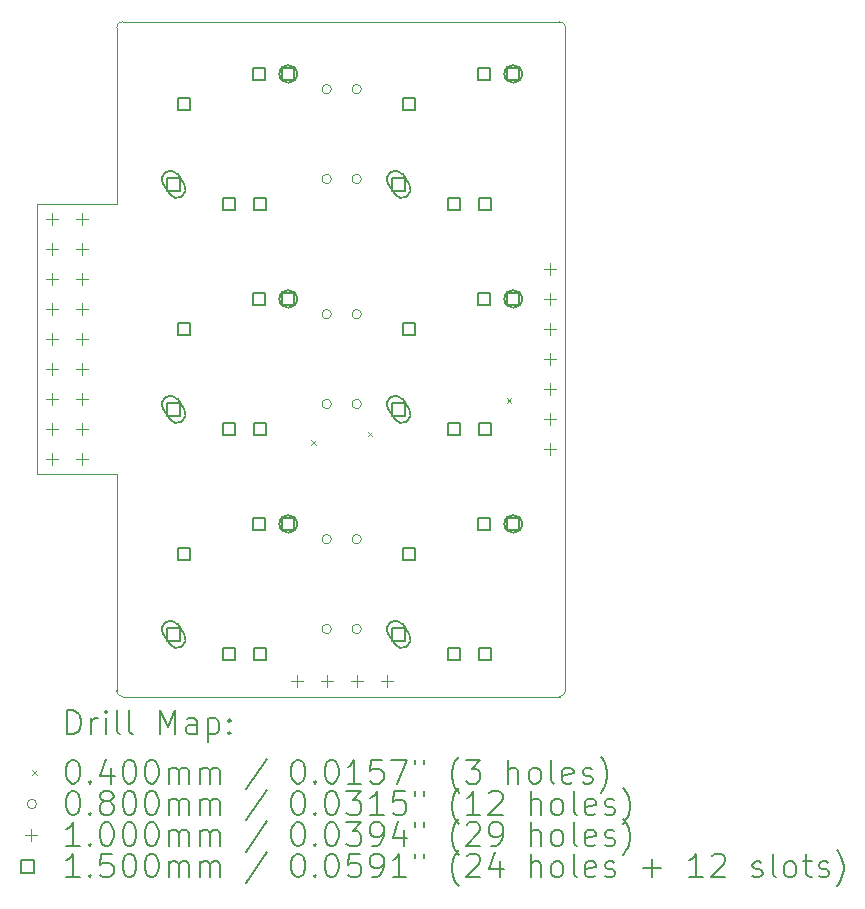
<source format=gbr>
%TF.GenerationSoftware,KiCad,Pcbnew,7.0.5*%
%TF.CreationDate,2023-08-10T21:37:02+08:00*%
%TF.ProjectId,RM,524d2e6b-6963-4616-945f-706362585858,rev?*%
%TF.SameCoordinates,Original*%
%TF.FileFunction,Drillmap*%
%TF.FilePolarity,Positive*%
%FSLAX45Y45*%
G04 Gerber Fmt 4.5, Leading zero omitted, Abs format (unit mm)*
G04 Created by KiCad (PCBNEW 7.0.5) date 2023-08-10 21:37:02*
%MOMM*%
%LPD*%
G01*
G04 APERTURE LIST*
%ADD10C,0.100000*%
%ADD11C,0.200000*%
%ADD12C,0.040000*%
%ADD13C,0.080000*%
%ADD14C,0.150000*%
G04 APERTURE END LIST*
D10*
X11353500Y-10155500D02*
G75*
G03*
X11403500Y-10205500I50000J0D01*
G01*
X10681000Y-8321000D02*
X11353500Y-8321000D01*
X15153500Y-10155500D02*
X15153500Y-4540500D01*
X15103500Y-4490500D02*
X11403500Y-4490500D01*
X10681000Y-6035000D02*
X10681000Y-8321000D01*
X15103500Y-10205500D02*
X11403500Y-10205500D01*
X15153500Y-4540500D02*
G75*
G03*
X15103500Y-4490500I-50000J0D01*
G01*
X11403500Y-4490500D02*
G75*
G03*
X11353500Y-4540500I0J-50000D01*
G01*
X11353500Y-8321000D02*
X11353500Y-10155500D01*
X11353500Y-6035000D02*
X11353500Y-4540500D01*
X10681000Y-6035000D02*
X11353500Y-6035000D01*
X15103500Y-10205500D02*
G75*
G03*
X15153500Y-10155500I0J50000D01*
G01*
D11*
D12*
X12999000Y-8034450D02*
X13039000Y-8074450D01*
X13039000Y-8034450D02*
X12999000Y-8074450D01*
X13478000Y-7962000D02*
X13518000Y-8002000D01*
X13518000Y-7962000D02*
X13478000Y-8002000D01*
X14655950Y-7680550D02*
X14695950Y-7720550D01*
X14695950Y-7680550D02*
X14655950Y-7720550D01*
D13*
X13171500Y-5063000D02*
G75*
G03*
X13171500Y-5063000I-40000J0D01*
G01*
X13171500Y-5823000D02*
G75*
G03*
X13171500Y-5823000I-40000J0D01*
G01*
X13171500Y-6968000D02*
G75*
G03*
X13171500Y-6968000I-40000J0D01*
G01*
X13171500Y-7728000D02*
G75*
G03*
X13171500Y-7728000I-40000J0D01*
G01*
X13171500Y-8873000D02*
G75*
G03*
X13171500Y-8873000I-40000J0D01*
G01*
X13171500Y-9633000D02*
G75*
G03*
X13171500Y-9633000I-40000J0D01*
G01*
X13425500Y-5063000D02*
G75*
G03*
X13425500Y-5063000I-40000J0D01*
G01*
X13425500Y-5823000D02*
G75*
G03*
X13425500Y-5823000I-40000J0D01*
G01*
X13425500Y-6968000D02*
G75*
G03*
X13425500Y-6968000I-40000J0D01*
G01*
X13425500Y-7728000D02*
G75*
G03*
X13425500Y-7728000I-40000J0D01*
G01*
X13425500Y-8873000D02*
G75*
G03*
X13425500Y-8873000I-40000J0D01*
G01*
X13425500Y-9633000D02*
G75*
G03*
X13425500Y-9633000I-40000J0D01*
G01*
D10*
X10808000Y-6112000D02*
X10808000Y-6212000D01*
X10758000Y-6162000D02*
X10858000Y-6162000D01*
X10808000Y-6366000D02*
X10808000Y-6466000D01*
X10758000Y-6416000D02*
X10858000Y-6416000D01*
X10808000Y-6620000D02*
X10808000Y-6720000D01*
X10758000Y-6670000D02*
X10858000Y-6670000D01*
X10808000Y-6874000D02*
X10808000Y-6974000D01*
X10758000Y-6924000D02*
X10858000Y-6924000D01*
X10808000Y-7128000D02*
X10808000Y-7228000D01*
X10758000Y-7178000D02*
X10858000Y-7178000D01*
X10808000Y-7382000D02*
X10808000Y-7482000D01*
X10758000Y-7432000D02*
X10858000Y-7432000D01*
X10808000Y-7636000D02*
X10808000Y-7736000D01*
X10758000Y-7686000D02*
X10858000Y-7686000D01*
X10808000Y-7890000D02*
X10808000Y-7990000D01*
X10758000Y-7940000D02*
X10858000Y-7940000D01*
X10808000Y-8144000D02*
X10808000Y-8244000D01*
X10758000Y-8194000D02*
X10858000Y-8194000D01*
X11062000Y-6112000D02*
X11062000Y-6212000D01*
X11012000Y-6162000D02*
X11112000Y-6162000D01*
X11062000Y-6366000D02*
X11062000Y-6466000D01*
X11012000Y-6416000D02*
X11112000Y-6416000D01*
X11062000Y-6620000D02*
X11062000Y-6720000D01*
X11012000Y-6670000D02*
X11112000Y-6670000D01*
X11062000Y-6874000D02*
X11062000Y-6974000D01*
X11012000Y-6924000D02*
X11112000Y-6924000D01*
X11062000Y-7128000D02*
X11062000Y-7228000D01*
X11012000Y-7178000D02*
X11112000Y-7178000D01*
X11062000Y-7382000D02*
X11062000Y-7482000D01*
X11012000Y-7432000D02*
X11112000Y-7432000D01*
X11062000Y-7636000D02*
X11062000Y-7736000D01*
X11012000Y-7686000D02*
X11112000Y-7686000D01*
X11062000Y-7890000D02*
X11062000Y-7990000D01*
X11012000Y-7940000D02*
X11112000Y-7940000D01*
X11062000Y-8144000D02*
X11062000Y-8244000D01*
X11012000Y-8194000D02*
X11112000Y-8194000D01*
X12878000Y-10021000D02*
X12878000Y-10121000D01*
X12828000Y-10071000D02*
X12928000Y-10071000D01*
X13132000Y-10021000D02*
X13132000Y-10121000D01*
X13082000Y-10071000D02*
X13182000Y-10071000D01*
X13386000Y-10021000D02*
X13386000Y-10121000D01*
X13336000Y-10071000D02*
X13436000Y-10071000D01*
X13640000Y-10021000D02*
X13640000Y-10121000D01*
X13590000Y-10071000D02*
X13690000Y-10071000D01*
X15023000Y-6536000D02*
X15023000Y-6636000D01*
X14973000Y-6586000D02*
X15073000Y-6586000D01*
X15023000Y-6790000D02*
X15023000Y-6890000D01*
X14973000Y-6840000D02*
X15073000Y-6840000D01*
X15023000Y-7044000D02*
X15023000Y-7144000D01*
X14973000Y-7094000D02*
X15073000Y-7094000D01*
X15023000Y-7298000D02*
X15023000Y-7398000D01*
X14973000Y-7348000D02*
X15073000Y-7348000D01*
X15023000Y-7552000D02*
X15023000Y-7652000D01*
X14973000Y-7602000D02*
X15073000Y-7602000D01*
X15023000Y-7806000D02*
X15023000Y-7906000D01*
X14973000Y-7856000D02*
X15073000Y-7856000D01*
X15023000Y-8060000D02*
X15023000Y-8160000D01*
X14973000Y-8110000D02*
X15073000Y-8110000D01*
D14*
X11889033Y-5921033D02*
X11889033Y-5814966D01*
X11782966Y-5814966D01*
X11782966Y-5921033D01*
X11889033Y-5921033D01*
D11*
X11926139Y-5867984D02*
X11870654Y-5784789D01*
X11870654Y-5784789D02*
G75*
G03*
X11745861Y-5868016I-62397J-41613D01*
G01*
X11745861Y-5868016D02*
X11801346Y-5951211D01*
X11801346Y-5951211D02*
G75*
G03*
X11926139Y-5867984I62397J41613D01*
G01*
D14*
X11889033Y-7826033D02*
X11889033Y-7719966D01*
X11782966Y-7719966D01*
X11782966Y-7826033D01*
X11889033Y-7826033D01*
D11*
X11926139Y-7772984D02*
X11870654Y-7689789D01*
X11870654Y-7689789D02*
G75*
G03*
X11745861Y-7773016I-62397J-41613D01*
G01*
X11745861Y-7773016D02*
X11801346Y-7856211D01*
X11801346Y-7856211D02*
G75*
G03*
X11926139Y-7772984I62397J41613D01*
G01*
D14*
X11889033Y-9731034D02*
X11889033Y-9624967D01*
X11782966Y-9624967D01*
X11782966Y-9731034D01*
X11889033Y-9731034D01*
D11*
X11926139Y-9677984D02*
X11870654Y-9594789D01*
X11870654Y-9594789D02*
G75*
G03*
X11745861Y-9678016I-62397J-41613D01*
G01*
X11745861Y-9678016D02*
X11801346Y-9761211D01*
X11801346Y-9761211D02*
G75*
G03*
X11926139Y-9677984I62397J41613D01*
G01*
D14*
X11978033Y-5242034D02*
X11978033Y-5135967D01*
X11871966Y-5135967D01*
X11871966Y-5242034D01*
X11978033Y-5242034D01*
X11978033Y-7147033D02*
X11978033Y-7040966D01*
X11871966Y-7040966D01*
X11871966Y-7147033D01*
X11978033Y-7147033D01*
X11978033Y-9052034D02*
X11978033Y-8945967D01*
X11871966Y-8945967D01*
X11871966Y-9052034D01*
X11978033Y-9052034D01*
X12359033Y-6086033D02*
X12359033Y-5979966D01*
X12252966Y-5979966D01*
X12252966Y-6086033D01*
X12359033Y-6086033D01*
X12359033Y-7991033D02*
X12359033Y-7884966D01*
X12252966Y-7884966D01*
X12252966Y-7991033D01*
X12359033Y-7991033D01*
X12359033Y-9896034D02*
X12359033Y-9789967D01*
X12252966Y-9789967D01*
X12252966Y-9896034D01*
X12359033Y-9896034D01*
X12613033Y-4986034D02*
X12613033Y-4879967D01*
X12506966Y-4879967D01*
X12506966Y-4986034D01*
X12613033Y-4986034D01*
X12613033Y-6891033D02*
X12613033Y-6784966D01*
X12506966Y-6784966D01*
X12506966Y-6891033D01*
X12613033Y-6891033D01*
X12613033Y-8796034D02*
X12613033Y-8689967D01*
X12506966Y-8689967D01*
X12506966Y-8796034D01*
X12613033Y-8796034D01*
X12619033Y-6086033D02*
X12619033Y-5979966D01*
X12512966Y-5979966D01*
X12512966Y-6086033D01*
X12619033Y-6086033D01*
X12619033Y-7991033D02*
X12619033Y-7884966D01*
X12512966Y-7884966D01*
X12512966Y-7991033D01*
X12619033Y-7991033D01*
X12619033Y-9896034D02*
X12619033Y-9789967D01*
X12512966Y-9789967D01*
X12512966Y-9896034D01*
X12619033Y-9896034D01*
X12859033Y-4986034D02*
X12859033Y-4879967D01*
X12752966Y-4879967D01*
X12752966Y-4986034D01*
X12859033Y-4986034D01*
D11*
X12881000Y-4933000D02*
X12881000Y-4933000D01*
X12881000Y-4933000D02*
G75*
G03*
X12731000Y-4933000I-75000J0D01*
G01*
X12731000Y-4933000D02*
X12731000Y-4933000D01*
X12731000Y-4933000D02*
G75*
G03*
X12881000Y-4933000I75000J0D01*
G01*
D14*
X12859033Y-6891033D02*
X12859033Y-6784966D01*
X12752966Y-6784966D01*
X12752966Y-6891033D01*
X12859033Y-6891033D01*
D11*
X12881000Y-6838000D02*
X12881000Y-6838000D01*
X12881000Y-6838000D02*
G75*
G03*
X12731000Y-6838000I-75000J0D01*
G01*
X12731000Y-6838000D02*
X12731000Y-6838000D01*
X12731000Y-6838000D02*
G75*
G03*
X12881000Y-6838000I75000J0D01*
G01*
D14*
X12859033Y-8796034D02*
X12859033Y-8689967D01*
X12752966Y-8689967D01*
X12752966Y-8796034D01*
X12859033Y-8796034D01*
D11*
X12881000Y-8743000D02*
X12881000Y-8743000D01*
X12881000Y-8743000D02*
G75*
G03*
X12731000Y-8743000I-75000J0D01*
G01*
X12731000Y-8743000D02*
X12731000Y-8743000D01*
X12731000Y-8743000D02*
G75*
G03*
X12881000Y-8743000I75000J0D01*
G01*
D14*
X13794033Y-5921033D02*
X13794033Y-5814966D01*
X13687966Y-5814966D01*
X13687966Y-5921033D01*
X13794033Y-5921033D01*
D11*
X13831139Y-5867984D02*
X13775654Y-5784789D01*
X13775654Y-5784789D02*
G75*
G03*
X13650861Y-5868016I-62397J-41613D01*
G01*
X13650861Y-5868016D02*
X13706346Y-5951211D01*
X13706346Y-5951211D02*
G75*
G03*
X13831139Y-5867984I62397J41613D01*
G01*
D14*
X13794033Y-7826033D02*
X13794033Y-7719966D01*
X13687966Y-7719966D01*
X13687966Y-7826033D01*
X13794033Y-7826033D01*
D11*
X13831139Y-7772984D02*
X13775654Y-7689789D01*
X13775654Y-7689789D02*
G75*
G03*
X13650861Y-7773016I-62397J-41613D01*
G01*
X13650861Y-7773016D02*
X13706346Y-7856211D01*
X13706346Y-7856211D02*
G75*
G03*
X13831139Y-7772984I62397J41613D01*
G01*
D14*
X13794033Y-9731034D02*
X13794033Y-9624967D01*
X13687966Y-9624967D01*
X13687966Y-9731034D01*
X13794033Y-9731034D01*
D11*
X13831139Y-9677984D02*
X13775654Y-9594789D01*
X13775654Y-9594789D02*
G75*
G03*
X13650861Y-9678016I-62397J-41613D01*
G01*
X13650861Y-9678016D02*
X13706346Y-9761211D01*
X13706346Y-9761211D02*
G75*
G03*
X13831139Y-9677984I62397J41613D01*
G01*
D14*
X13883033Y-5242034D02*
X13883033Y-5135967D01*
X13776966Y-5135967D01*
X13776966Y-5242034D01*
X13883033Y-5242034D01*
X13883033Y-7147033D02*
X13883033Y-7040966D01*
X13776966Y-7040966D01*
X13776966Y-7147033D01*
X13883033Y-7147033D01*
X13883033Y-9052034D02*
X13883033Y-8945967D01*
X13776966Y-8945967D01*
X13776966Y-9052034D01*
X13883033Y-9052034D01*
X14264033Y-6086033D02*
X14264033Y-5979966D01*
X14157966Y-5979966D01*
X14157966Y-6086033D01*
X14264033Y-6086033D01*
X14264033Y-7991033D02*
X14264033Y-7884966D01*
X14157966Y-7884966D01*
X14157966Y-7991033D01*
X14264033Y-7991033D01*
X14264033Y-9896034D02*
X14264033Y-9789967D01*
X14157966Y-9789967D01*
X14157966Y-9896034D01*
X14264033Y-9896034D01*
X14518033Y-4986034D02*
X14518033Y-4879967D01*
X14411966Y-4879967D01*
X14411966Y-4986034D01*
X14518033Y-4986034D01*
X14518033Y-6891033D02*
X14518033Y-6784966D01*
X14411966Y-6784966D01*
X14411966Y-6891033D01*
X14518033Y-6891033D01*
X14518033Y-8796034D02*
X14518033Y-8689967D01*
X14411966Y-8689967D01*
X14411966Y-8796034D01*
X14518033Y-8796034D01*
X14524033Y-6086033D02*
X14524033Y-5979966D01*
X14417966Y-5979966D01*
X14417966Y-6086033D01*
X14524033Y-6086033D01*
X14524033Y-7991033D02*
X14524033Y-7884966D01*
X14417966Y-7884966D01*
X14417966Y-7991033D01*
X14524033Y-7991033D01*
X14524033Y-9896034D02*
X14524033Y-9789967D01*
X14417966Y-9789967D01*
X14417966Y-9896034D01*
X14524033Y-9896034D01*
X14764033Y-4986034D02*
X14764033Y-4879967D01*
X14657966Y-4879967D01*
X14657966Y-4986034D01*
X14764033Y-4986034D01*
D11*
X14786000Y-4933000D02*
X14786000Y-4933000D01*
X14786000Y-4933000D02*
G75*
G03*
X14636000Y-4933000I-75000J0D01*
G01*
X14636000Y-4933000D02*
X14636000Y-4933000D01*
X14636000Y-4933000D02*
G75*
G03*
X14786000Y-4933000I75000J0D01*
G01*
D14*
X14764033Y-6891033D02*
X14764033Y-6784966D01*
X14657966Y-6784966D01*
X14657966Y-6891033D01*
X14764033Y-6891033D01*
D11*
X14786000Y-6838000D02*
X14786000Y-6838000D01*
X14786000Y-6838000D02*
G75*
G03*
X14636000Y-6838000I-75000J0D01*
G01*
X14636000Y-6838000D02*
X14636000Y-6838000D01*
X14636000Y-6838000D02*
G75*
G03*
X14786000Y-6838000I75000J0D01*
G01*
D14*
X14764033Y-8796034D02*
X14764033Y-8689967D01*
X14657966Y-8689967D01*
X14657966Y-8796034D01*
X14764033Y-8796034D01*
D11*
X14786000Y-8743000D02*
X14786000Y-8743000D01*
X14786000Y-8743000D02*
G75*
G03*
X14636000Y-8743000I-75000J0D01*
G01*
X14636000Y-8743000D02*
X14636000Y-8743000D01*
X14636000Y-8743000D02*
G75*
G03*
X14786000Y-8743000I75000J0D01*
G01*
X10936777Y-10521984D02*
X10936777Y-10321984D01*
X10936777Y-10321984D02*
X10984396Y-10321984D01*
X10984396Y-10321984D02*
X11012967Y-10331508D01*
X11012967Y-10331508D02*
X11032015Y-10350555D01*
X11032015Y-10350555D02*
X11041539Y-10369603D01*
X11041539Y-10369603D02*
X11051063Y-10407698D01*
X11051063Y-10407698D02*
X11051063Y-10436270D01*
X11051063Y-10436270D02*
X11041539Y-10474365D01*
X11041539Y-10474365D02*
X11032015Y-10493412D01*
X11032015Y-10493412D02*
X11012967Y-10512460D01*
X11012967Y-10512460D02*
X10984396Y-10521984D01*
X10984396Y-10521984D02*
X10936777Y-10521984D01*
X11136777Y-10521984D02*
X11136777Y-10388650D01*
X11136777Y-10426746D02*
X11146301Y-10407698D01*
X11146301Y-10407698D02*
X11155824Y-10398174D01*
X11155824Y-10398174D02*
X11174872Y-10388650D01*
X11174872Y-10388650D02*
X11193920Y-10388650D01*
X11260586Y-10521984D02*
X11260586Y-10388650D01*
X11260586Y-10321984D02*
X11251062Y-10331508D01*
X11251062Y-10331508D02*
X11260586Y-10341031D01*
X11260586Y-10341031D02*
X11270110Y-10331508D01*
X11270110Y-10331508D02*
X11260586Y-10321984D01*
X11260586Y-10321984D02*
X11260586Y-10341031D01*
X11384396Y-10521984D02*
X11365348Y-10512460D01*
X11365348Y-10512460D02*
X11355824Y-10493412D01*
X11355824Y-10493412D02*
X11355824Y-10321984D01*
X11489158Y-10521984D02*
X11470110Y-10512460D01*
X11470110Y-10512460D02*
X11460586Y-10493412D01*
X11460586Y-10493412D02*
X11460586Y-10321984D01*
X11717729Y-10521984D02*
X11717729Y-10321984D01*
X11717729Y-10321984D02*
X11784396Y-10464841D01*
X11784396Y-10464841D02*
X11851062Y-10321984D01*
X11851062Y-10321984D02*
X11851062Y-10521984D01*
X12032015Y-10521984D02*
X12032015Y-10417222D01*
X12032015Y-10417222D02*
X12022491Y-10398174D01*
X12022491Y-10398174D02*
X12003443Y-10388650D01*
X12003443Y-10388650D02*
X11965348Y-10388650D01*
X11965348Y-10388650D02*
X11946301Y-10398174D01*
X12032015Y-10512460D02*
X12012967Y-10521984D01*
X12012967Y-10521984D02*
X11965348Y-10521984D01*
X11965348Y-10521984D02*
X11946301Y-10512460D01*
X11946301Y-10512460D02*
X11936777Y-10493412D01*
X11936777Y-10493412D02*
X11936777Y-10474365D01*
X11936777Y-10474365D02*
X11946301Y-10455317D01*
X11946301Y-10455317D02*
X11965348Y-10445793D01*
X11965348Y-10445793D02*
X12012967Y-10445793D01*
X12012967Y-10445793D02*
X12032015Y-10436270D01*
X12127253Y-10388650D02*
X12127253Y-10588650D01*
X12127253Y-10398174D02*
X12146301Y-10388650D01*
X12146301Y-10388650D02*
X12184396Y-10388650D01*
X12184396Y-10388650D02*
X12203443Y-10398174D01*
X12203443Y-10398174D02*
X12212967Y-10407698D01*
X12212967Y-10407698D02*
X12222491Y-10426746D01*
X12222491Y-10426746D02*
X12222491Y-10483889D01*
X12222491Y-10483889D02*
X12212967Y-10502936D01*
X12212967Y-10502936D02*
X12203443Y-10512460D01*
X12203443Y-10512460D02*
X12184396Y-10521984D01*
X12184396Y-10521984D02*
X12146301Y-10521984D01*
X12146301Y-10521984D02*
X12127253Y-10512460D01*
X12308205Y-10502936D02*
X12317729Y-10512460D01*
X12317729Y-10512460D02*
X12308205Y-10521984D01*
X12308205Y-10521984D02*
X12298682Y-10512460D01*
X12298682Y-10512460D02*
X12308205Y-10502936D01*
X12308205Y-10502936D02*
X12308205Y-10521984D01*
X12308205Y-10398174D02*
X12317729Y-10407698D01*
X12317729Y-10407698D02*
X12308205Y-10417222D01*
X12308205Y-10417222D02*
X12298682Y-10407698D01*
X12298682Y-10407698D02*
X12308205Y-10398174D01*
X12308205Y-10398174D02*
X12308205Y-10417222D01*
D12*
X10636000Y-10830500D02*
X10676000Y-10870500D01*
X10676000Y-10830500D02*
X10636000Y-10870500D01*
D11*
X10974872Y-10741984D02*
X10993920Y-10741984D01*
X10993920Y-10741984D02*
X11012967Y-10751508D01*
X11012967Y-10751508D02*
X11022491Y-10761031D01*
X11022491Y-10761031D02*
X11032015Y-10780079D01*
X11032015Y-10780079D02*
X11041539Y-10818174D01*
X11041539Y-10818174D02*
X11041539Y-10865793D01*
X11041539Y-10865793D02*
X11032015Y-10903889D01*
X11032015Y-10903889D02*
X11022491Y-10922936D01*
X11022491Y-10922936D02*
X11012967Y-10932460D01*
X11012967Y-10932460D02*
X10993920Y-10941984D01*
X10993920Y-10941984D02*
X10974872Y-10941984D01*
X10974872Y-10941984D02*
X10955824Y-10932460D01*
X10955824Y-10932460D02*
X10946301Y-10922936D01*
X10946301Y-10922936D02*
X10936777Y-10903889D01*
X10936777Y-10903889D02*
X10927253Y-10865793D01*
X10927253Y-10865793D02*
X10927253Y-10818174D01*
X10927253Y-10818174D02*
X10936777Y-10780079D01*
X10936777Y-10780079D02*
X10946301Y-10761031D01*
X10946301Y-10761031D02*
X10955824Y-10751508D01*
X10955824Y-10751508D02*
X10974872Y-10741984D01*
X11127253Y-10922936D02*
X11136777Y-10932460D01*
X11136777Y-10932460D02*
X11127253Y-10941984D01*
X11127253Y-10941984D02*
X11117729Y-10932460D01*
X11117729Y-10932460D02*
X11127253Y-10922936D01*
X11127253Y-10922936D02*
X11127253Y-10941984D01*
X11308205Y-10808650D02*
X11308205Y-10941984D01*
X11260586Y-10732460D02*
X11212967Y-10875317D01*
X11212967Y-10875317D02*
X11336777Y-10875317D01*
X11451062Y-10741984D02*
X11470110Y-10741984D01*
X11470110Y-10741984D02*
X11489158Y-10751508D01*
X11489158Y-10751508D02*
X11498682Y-10761031D01*
X11498682Y-10761031D02*
X11508205Y-10780079D01*
X11508205Y-10780079D02*
X11517729Y-10818174D01*
X11517729Y-10818174D02*
X11517729Y-10865793D01*
X11517729Y-10865793D02*
X11508205Y-10903889D01*
X11508205Y-10903889D02*
X11498682Y-10922936D01*
X11498682Y-10922936D02*
X11489158Y-10932460D01*
X11489158Y-10932460D02*
X11470110Y-10941984D01*
X11470110Y-10941984D02*
X11451062Y-10941984D01*
X11451062Y-10941984D02*
X11432015Y-10932460D01*
X11432015Y-10932460D02*
X11422491Y-10922936D01*
X11422491Y-10922936D02*
X11412967Y-10903889D01*
X11412967Y-10903889D02*
X11403443Y-10865793D01*
X11403443Y-10865793D02*
X11403443Y-10818174D01*
X11403443Y-10818174D02*
X11412967Y-10780079D01*
X11412967Y-10780079D02*
X11422491Y-10761031D01*
X11422491Y-10761031D02*
X11432015Y-10751508D01*
X11432015Y-10751508D02*
X11451062Y-10741984D01*
X11641539Y-10741984D02*
X11660586Y-10741984D01*
X11660586Y-10741984D02*
X11679634Y-10751508D01*
X11679634Y-10751508D02*
X11689158Y-10761031D01*
X11689158Y-10761031D02*
X11698682Y-10780079D01*
X11698682Y-10780079D02*
X11708205Y-10818174D01*
X11708205Y-10818174D02*
X11708205Y-10865793D01*
X11708205Y-10865793D02*
X11698682Y-10903889D01*
X11698682Y-10903889D02*
X11689158Y-10922936D01*
X11689158Y-10922936D02*
X11679634Y-10932460D01*
X11679634Y-10932460D02*
X11660586Y-10941984D01*
X11660586Y-10941984D02*
X11641539Y-10941984D01*
X11641539Y-10941984D02*
X11622491Y-10932460D01*
X11622491Y-10932460D02*
X11612967Y-10922936D01*
X11612967Y-10922936D02*
X11603443Y-10903889D01*
X11603443Y-10903889D02*
X11593920Y-10865793D01*
X11593920Y-10865793D02*
X11593920Y-10818174D01*
X11593920Y-10818174D02*
X11603443Y-10780079D01*
X11603443Y-10780079D02*
X11612967Y-10761031D01*
X11612967Y-10761031D02*
X11622491Y-10751508D01*
X11622491Y-10751508D02*
X11641539Y-10741984D01*
X11793920Y-10941984D02*
X11793920Y-10808650D01*
X11793920Y-10827698D02*
X11803443Y-10818174D01*
X11803443Y-10818174D02*
X11822491Y-10808650D01*
X11822491Y-10808650D02*
X11851063Y-10808650D01*
X11851063Y-10808650D02*
X11870110Y-10818174D01*
X11870110Y-10818174D02*
X11879634Y-10837222D01*
X11879634Y-10837222D02*
X11879634Y-10941984D01*
X11879634Y-10837222D02*
X11889158Y-10818174D01*
X11889158Y-10818174D02*
X11908205Y-10808650D01*
X11908205Y-10808650D02*
X11936777Y-10808650D01*
X11936777Y-10808650D02*
X11955824Y-10818174D01*
X11955824Y-10818174D02*
X11965348Y-10837222D01*
X11965348Y-10837222D02*
X11965348Y-10941984D01*
X12060586Y-10941984D02*
X12060586Y-10808650D01*
X12060586Y-10827698D02*
X12070110Y-10818174D01*
X12070110Y-10818174D02*
X12089158Y-10808650D01*
X12089158Y-10808650D02*
X12117729Y-10808650D01*
X12117729Y-10808650D02*
X12136777Y-10818174D01*
X12136777Y-10818174D02*
X12146301Y-10837222D01*
X12146301Y-10837222D02*
X12146301Y-10941984D01*
X12146301Y-10837222D02*
X12155824Y-10818174D01*
X12155824Y-10818174D02*
X12174872Y-10808650D01*
X12174872Y-10808650D02*
X12203443Y-10808650D01*
X12203443Y-10808650D02*
X12222491Y-10818174D01*
X12222491Y-10818174D02*
X12232015Y-10837222D01*
X12232015Y-10837222D02*
X12232015Y-10941984D01*
X12622491Y-10732460D02*
X12451063Y-10989603D01*
X12879634Y-10741984D02*
X12898682Y-10741984D01*
X12898682Y-10741984D02*
X12917729Y-10751508D01*
X12917729Y-10751508D02*
X12927253Y-10761031D01*
X12927253Y-10761031D02*
X12936777Y-10780079D01*
X12936777Y-10780079D02*
X12946301Y-10818174D01*
X12946301Y-10818174D02*
X12946301Y-10865793D01*
X12946301Y-10865793D02*
X12936777Y-10903889D01*
X12936777Y-10903889D02*
X12927253Y-10922936D01*
X12927253Y-10922936D02*
X12917729Y-10932460D01*
X12917729Y-10932460D02*
X12898682Y-10941984D01*
X12898682Y-10941984D02*
X12879634Y-10941984D01*
X12879634Y-10941984D02*
X12860586Y-10932460D01*
X12860586Y-10932460D02*
X12851063Y-10922936D01*
X12851063Y-10922936D02*
X12841539Y-10903889D01*
X12841539Y-10903889D02*
X12832015Y-10865793D01*
X12832015Y-10865793D02*
X12832015Y-10818174D01*
X12832015Y-10818174D02*
X12841539Y-10780079D01*
X12841539Y-10780079D02*
X12851063Y-10761031D01*
X12851063Y-10761031D02*
X12860586Y-10751508D01*
X12860586Y-10751508D02*
X12879634Y-10741984D01*
X13032015Y-10922936D02*
X13041539Y-10932460D01*
X13041539Y-10932460D02*
X13032015Y-10941984D01*
X13032015Y-10941984D02*
X13022491Y-10932460D01*
X13022491Y-10932460D02*
X13032015Y-10922936D01*
X13032015Y-10922936D02*
X13032015Y-10941984D01*
X13165348Y-10741984D02*
X13184396Y-10741984D01*
X13184396Y-10741984D02*
X13203444Y-10751508D01*
X13203444Y-10751508D02*
X13212967Y-10761031D01*
X13212967Y-10761031D02*
X13222491Y-10780079D01*
X13222491Y-10780079D02*
X13232015Y-10818174D01*
X13232015Y-10818174D02*
X13232015Y-10865793D01*
X13232015Y-10865793D02*
X13222491Y-10903889D01*
X13222491Y-10903889D02*
X13212967Y-10922936D01*
X13212967Y-10922936D02*
X13203444Y-10932460D01*
X13203444Y-10932460D02*
X13184396Y-10941984D01*
X13184396Y-10941984D02*
X13165348Y-10941984D01*
X13165348Y-10941984D02*
X13146301Y-10932460D01*
X13146301Y-10932460D02*
X13136777Y-10922936D01*
X13136777Y-10922936D02*
X13127253Y-10903889D01*
X13127253Y-10903889D02*
X13117729Y-10865793D01*
X13117729Y-10865793D02*
X13117729Y-10818174D01*
X13117729Y-10818174D02*
X13127253Y-10780079D01*
X13127253Y-10780079D02*
X13136777Y-10761031D01*
X13136777Y-10761031D02*
X13146301Y-10751508D01*
X13146301Y-10751508D02*
X13165348Y-10741984D01*
X13422491Y-10941984D02*
X13308206Y-10941984D01*
X13365348Y-10941984D02*
X13365348Y-10741984D01*
X13365348Y-10741984D02*
X13346301Y-10770555D01*
X13346301Y-10770555D02*
X13327253Y-10789603D01*
X13327253Y-10789603D02*
X13308206Y-10799127D01*
X13603444Y-10741984D02*
X13508206Y-10741984D01*
X13508206Y-10741984D02*
X13498682Y-10837222D01*
X13498682Y-10837222D02*
X13508206Y-10827698D01*
X13508206Y-10827698D02*
X13527253Y-10818174D01*
X13527253Y-10818174D02*
X13574872Y-10818174D01*
X13574872Y-10818174D02*
X13593920Y-10827698D01*
X13593920Y-10827698D02*
X13603444Y-10837222D01*
X13603444Y-10837222D02*
X13612967Y-10856270D01*
X13612967Y-10856270D02*
X13612967Y-10903889D01*
X13612967Y-10903889D02*
X13603444Y-10922936D01*
X13603444Y-10922936D02*
X13593920Y-10932460D01*
X13593920Y-10932460D02*
X13574872Y-10941984D01*
X13574872Y-10941984D02*
X13527253Y-10941984D01*
X13527253Y-10941984D02*
X13508206Y-10932460D01*
X13508206Y-10932460D02*
X13498682Y-10922936D01*
X13679634Y-10741984D02*
X13812967Y-10741984D01*
X13812967Y-10741984D02*
X13727253Y-10941984D01*
X13879634Y-10741984D02*
X13879634Y-10780079D01*
X13955825Y-10741984D02*
X13955825Y-10780079D01*
X14251063Y-11018174D02*
X14241539Y-11008650D01*
X14241539Y-11008650D02*
X14222491Y-10980079D01*
X14222491Y-10980079D02*
X14212968Y-10961031D01*
X14212968Y-10961031D02*
X14203444Y-10932460D01*
X14203444Y-10932460D02*
X14193920Y-10884841D01*
X14193920Y-10884841D02*
X14193920Y-10846746D01*
X14193920Y-10846746D02*
X14203444Y-10799127D01*
X14203444Y-10799127D02*
X14212968Y-10770555D01*
X14212968Y-10770555D02*
X14222491Y-10751508D01*
X14222491Y-10751508D02*
X14241539Y-10722936D01*
X14241539Y-10722936D02*
X14251063Y-10713412D01*
X14308206Y-10741984D02*
X14432015Y-10741984D01*
X14432015Y-10741984D02*
X14365348Y-10818174D01*
X14365348Y-10818174D02*
X14393920Y-10818174D01*
X14393920Y-10818174D02*
X14412968Y-10827698D01*
X14412968Y-10827698D02*
X14422491Y-10837222D01*
X14422491Y-10837222D02*
X14432015Y-10856270D01*
X14432015Y-10856270D02*
X14432015Y-10903889D01*
X14432015Y-10903889D02*
X14422491Y-10922936D01*
X14422491Y-10922936D02*
X14412968Y-10932460D01*
X14412968Y-10932460D02*
X14393920Y-10941984D01*
X14393920Y-10941984D02*
X14336777Y-10941984D01*
X14336777Y-10941984D02*
X14317729Y-10932460D01*
X14317729Y-10932460D02*
X14308206Y-10922936D01*
X14670110Y-10941984D02*
X14670110Y-10741984D01*
X14755825Y-10941984D02*
X14755825Y-10837222D01*
X14755825Y-10837222D02*
X14746301Y-10818174D01*
X14746301Y-10818174D02*
X14727253Y-10808650D01*
X14727253Y-10808650D02*
X14698682Y-10808650D01*
X14698682Y-10808650D02*
X14679634Y-10818174D01*
X14679634Y-10818174D02*
X14670110Y-10827698D01*
X14879634Y-10941984D02*
X14860587Y-10932460D01*
X14860587Y-10932460D02*
X14851063Y-10922936D01*
X14851063Y-10922936D02*
X14841539Y-10903889D01*
X14841539Y-10903889D02*
X14841539Y-10846746D01*
X14841539Y-10846746D02*
X14851063Y-10827698D01*
X14851063Y-10827698D02*
X14860587Y-10818174D01*
X14860587Y-10818174D02*
X14879634Y-10808650D01*
X14879634Y-10808650D02*
X14908206Y-10808650D01*
X14908206Y-10808650D02*
X14927253Y-10818174D01*
X14927253Y-10818174D02*
X14936777Y-10827698D01*
X14936777Y-10827698D02*
X14946301Y-10846746D01*
X14946301Y-10846746D02*
X14946301Y-10903889D01*
X14946301Y-10903889D02*
X14936777Y-10922936D01*
X14936777Y-10922936D02*
X14927253Y-10932460D01*
X14927253Y-10932460D02*
X14908206Y-10941984D01*
X14908206Y-10941984D02*
X14879634Y-10941984D01*
X15060587Y-10941984D02*
X15041539Y-10932460D01*
X15041539Y-10932460D02*
X15032015Y-10913412D01*
X15032015Y-10913412D02*
X15032015Y-10741984D01*
X15212968Y-10932460D02*
X15193920Y-10941984D01*
X15193920Y-10941984D02*
X15155825Y-10941984D01*
X15155825Y-10941984D02*
X15136777Y-10932460D01*
X15136777Y-10932460D02*
X15127253Y-10913412D01*
X15127253Y-10913412D02*
X15127253Y-10837222D01*
X15127253Y-10837222D02*
X15136777Y-10818174D01*
X15136777Y-10818174D02*
X15155825Y-10808650D01*
X15155825Y-10808650D02*
X15193920Y-10808650D01*
X15193920Y-10808650D02*
X15212968Y-10818174D01*
X15212968Y-10818174D02*
X15222491Y-10837222D01*
X15222491Y-10837222D02*
X15222491Y-10856270D01*
X15222491Y-10856270D02*
X15127253Y-10875317D01*
X15298682Y-10932460D02*
X15317730Y-10941984D01*
X15317730Y-10941984D02*
X15355825Y-10941984D01*
X15355825Y-10941984D02*
X15374872Y-10932460D01*
X15374872Y-10932460D02*
X15384396Y-10913412D01*
X15384396Y-10913412D02*
X15384396Y-10903889D01*
X15384396Y-10903889D02*
X15374872Y-10884841D01*
X15374872Y-10884841D02*
X15355825Y-10875317D01*
X15355825Y-10875317D02*
X15327253Y-10875317D01*
X15327253Y-10875317D02*
X15308206Y-10865793D01*
X15308206Y-10865793D02*
X15298682Y-10846746D01*
X15298682Y-10846746D02*
X15298682Y-10837222D01*
X15298682Y-10837222D02*
X15308206Y-10818174D01*
X15308206Y-10818174D02*
X15327253Y-10808650D01*
X15327253Y-10808650D02*
X15355825Y-10808650D01*
X15355825Y-10808650D02*
X15374872Y-10818174D01*
X15451063Y-11018174D02*
X15460587Y-11008650D01*
X15460587Y-11008650D02*
X15479634Y-10980079D01*
X15479634Y-10980079D02*
X15489158Y-10961031D01*
X15489158Y-10961031D02*
X15498682Y-10932460D01*
X15498682Y-10932460D02*
X15508206Y-10884841D01*
X15508206Y-10884841D02*
X15508206Y-10846746D01*
X15508206Y-10846746D02*
X15498682Y-10799127D01*
X15498682Y-10799127D02*
X15489158Y-10770555D01*
X15489158Y-10770555D02*
X15479634Y-10751508D01*
X15479634Y-10751508D02*
X15460587Y-10722936D01*
X15460587Y-10722936D02*
X15451063Y-10713412D01*
D13*
X10676000Y-11114500D02*
G75*
G03*
X10676000Y-11114500I-40000J0D01*
G01*
D11*
X10974872Y-11005984D02*
X10993920Y-11005984D01*
X10993920Y-11005984D02*
X11012967Y-11015508D01*
X11012967Y-11015508D02*
X11022491Y-11025031D01*
X11022491Y-11025031D02*
X11032015Y-11044079D01*
X11032015Y-11044079D02*
X11041539Y-11082174D01*
X11041539Y-11082174D02*
X11041539Y-11129793D01*
X11041539Y-11129793D02*
X11032015Y-11167889D01*
X11032015Y-11167889D02*
X11022491Y-11186936D01*
X11022491Y-11186936D02*
X11012967Y-11196460D01*
X11012967Y-11196460D02*
X10993920Y-11205984D01*
X10993920Y-11205984D02*
X10974872Y-11205984D01*
X10974872Y-11205984D02*
X10955824Y-11196460D01*
X10955824Y-11196460D02*
X10946301Y-11186936D01*
X10946301Y-11186936D02*
X10936777Y-11167889D01*
X10936777Y-11167889D02*
X10927253Y-11129793D01*
X10927253Y-11129793D02*
X10927253Y-11082174D01*
X10927253Y-11082174D02*
X10936777Y-11044079D01*
X10936777Y-11044079D02*
X10946301Y-11025031D01*
X10946301Y-11025031D02*
X10955824Y-11015508D01*
X10955824Y-11015508D02*
X10974872Y-11005984D01*
X11127253Y-11186936D02*
X11136777Y-11196460D01*
X11136777Y-11196460D02*
X11127253Y-11205984D01*
X11127253Y-11205984D02*
X11117729Y-11196460D01*
X11117729Y-11196460D02*
X11127253Y-11186936D01*
X11127253Y-11186936D02*
X11127253Y-11205984D01*
X11251062Y-11091698D02*
X11232015Y-11082174D01*
X11232015Y-11082174D02*
X11222491Y-11072650D01*
X11222491Y-11072650D02*
X11212967Y-11053603D01*
X11212967Y-11053603D02*
X11212967Y-11044079D01*
X11212967Y-11044079D02*
X11222491Y-11025031D01*
X11222491Y-11025031D02*
X11232015Y-11015508D01*
X11232015Y-11015508D02*
X11251062Y-11005984D01*
X11251062Y-11005984D02*
X11289158Y-11005984D01*
X11289158Y-11005984D02*
X11308205Y-11015508D01*
X11308205Y-11015508D02*
X11317729Y-11025031D01*
X11317729Y-11025031D02*
X11327253Y-11044079D01*
X11327253Y-11044079D02*
X11327253Y-11053603D01*
X11327253Y-11053603D02*
X11317729Y-11072650D01*
X11317729Y-11072650D02*
X11308205Y-11082174D01*
X11308205Y-11082174D02*
X11289158Y-11091698D01*
X11289158Y-11091698D02*
X11251062Y-11091698D01*
X11251062Y-11091698D02*
X11232015Y-11101222D01*
X11232015Y-11101222D02*
X11222491Y-11110746D01*
X11222491Y-11110746D02*
X11212967Y-11129793D01*
X11212967Y-11129793D02*
X11212967Y-11167889D01*
X11212967Y-11167889D02*
X11222491Y-11186936D01*
X11222491Y-11186936D02*
X11232015Y-11196460D01*
X11232015Y-11196460D02*
X11251062Y-11205984D01*
X11251062Y-11205984D02*
X11289158Y-11205984D01*
X11289158Y-11205984D02*
X11308205Y-11196460D01*
X11308205Y-11196460D02*
X11317729Y-11186936D01*
X11317729Y-11186936D02*
X11327253Y-11167889D01*
X11327253Y-11167889D02*
X11327253Y-11129793D01*
X11327253Y-11129793D02*
X11317729Y-11110746D01*
X11317729Y-11110746D02*
X11308205Y-11101222D01*
X11308205Y-11101222D02*
X11289158Y-11091698D01*
X11451062Y-11005984D02*
X11470110Y-11005984D01*
X11470110Y-11005984D02*
X11489158Y-11015508D01*
X11489158Y-11015508D02*
X11498682Y-11025031D01*
X11498682Y-11025031D02*
X11508205Y-11044079D01*
X11508205Y-11044079D02*
X11517729Y-11082174D01*
X11517729Y-11082174D02*
X11517729Y-11129793D01*
X11517729Y-11129793D02*
X11508205Y-11167889D01*
X11508205Y-11167889D02*
X11498682Y-11186936D01*
X11498682Y-11186936D02*
X11489158Y-11196460D01*
X11489158Y-11196460D02*
X11470110Y-11205984D01*
X11470110Y-11205984D02*
X11451062Y-11205984D01*
X11451062Y-11205984D02*
X11432015Y-11196460D01*
X11432015Y-11196460D02*
X11422491Y-11186936D01*
X11422491Y-11186936D02*
X11412967Y-11167889D01*
X11412967Y-11167889D02*
X11403443Y-11129793D01*
X11403443Y-11129793D02*
X11403443Y-11082174D01*
X11403443Y-11082174D02*
X11412967Y-11044079D01*
X11412967Y-11044079D02*
X11422491Y-11025031D01*
X11422491Y-11025031D02*
X11432015Y-11015508D01*
X11432015Y-11015508D02*
X11451062Y-11005984D01*
X11641539Y-11005984D02*
X11660586Y-11005984D01*
X11660586Y-11005984D02*
X11679634Y-11015508D01*
X11679634Y-11015508D02*
X11689158Y-11025031D01*
X11689158Y-11025031D02*
X11698682Y-11044079D01*
X11698682Y-11044079D02*
X11708205Y-11082174D01*
X11708205Y-11082174D02*
X11708205Y-11129793D01*
X11708205Y-11129793D02*
X11698682Y-11167889D01*
X11698682Y-11167889D02*
X11689158Y-11186936D01*
X11689158Y-11186936D02*
X11679634Y-11196460D01*
X11679634Y-11196460D02*
X11660586Y-11205984D01*
X11660586Y-11205984D02*
X11641539Y-11205984D01*
X11641539Y-11205984D02*
X11622491Y-11196460D01*
X11622491Y-11196460D02*
X11612967Y-11186936D01*
X11612967Y-11186936D02*
X11603443Y-11167889D01*
X11603443Y-11167889D02*
X11593920Y-11129793D01*
X11593920Y-11129793D02*
X11593920Y-11082174D01*
X11593920Y-11082174D02*
X11603443Y-11044079D01*
X11603443Y-11044079D02*
X11612967Y-11025031D01*
X11612967Y-11025031D02*
X11622491Y-11015508D01*
X11622491Y-11015508D02*
X11641539Y-11005984D01*
X11793920Y-11205984D02*
X11793920Y-11072650D01*
X11793920Y-11091698D02*
X11803443Y-11082174D01*
X11803443Y-11082174D02*
X11822491Y-11072650D01*
X11822491Y-11072650D02*
X11851063Y-11072650D01*
X11851063Y-11072650D02*
X11870110Y-11082174D01*
X11870110Y-11082174D02*
X11879634Y-11101222D01*
X11879634Y-11101222D02*
X11879634Y-11205984D01*
X11879634Y-11101222D02*
X11889158Y-11082174D01*
X11889158Y-11082174D02*
X11908205Y-11072650D01*
X11908205Y-11072650D02*
X11936777Y-11072650D01*
X11936777Y-11072650D02*
X11955824Y-11082174D01*
X11955824Y-11082174D02*
X11965348Y-11101222D01*
X11965348Y-11101222D02*
X11965348Y-11205984D01*
X12060586Y-11205984D02*
X12060586Y-11072650D01*
X12060586Y-11091698D02*
X12070110Y-11082174D01*
X12070110Y-11082174D02*
X12089158Y-11072650D01*
X12089158Y-11072650D02*
X12117729Y-11072650D01*
X12117729Y-11072650D02*
X12136777Y-11082174D01*
X12136777Y-11082174D02*
X12146301Y-11101222D01*
X12146301Y-11101222D02*
X12146301Y-11205984D01*
X12146301Y-11101222D02*
X12155824Y-11082174D01*
X12155824Y-11082174D02*
X12174872Y-11072650D01*
X12174872Y-11072650D02*
X12203443Y-11072650D01*
X12203443Y-11072650D02*
X12222491Y-11082174D01*
X12222491Y-11082174D02*
X12232015Y-11101222D01*
X12232015Y-11101222D02*
X12232015Y-11205984D01*
X12622491Y-10996460D02*
X12451063Y-11253603D01*
X12879634Y-11005984D02*
X12898682Y-11005984D01*
X12898682Y-11005984D02*
X12917729Y-11015508D01*
X12917729Y-11015508D02*
X12927253Y-11025031D01*
X12927253Y-11025031D02*
X12936777Y-11044079D01*
X12936777Y-11044079D02*
X12946301Y-11082174D01*
X12946301Y-11082174D02*
X12946301Y-11129793D01*
X12946301Y-11129793D02*
X12936777Y-11167889D01*
X12936777Y-11167889D02*
X12927253Y-11186936D01*
X12927253Y-11186936D02*
X12917729Y-11196460D01*
X12917729Y-11196460D02*
X12898682Y-11205984D01*
X12898682Y-11205984D02*
X12879634Y-11205984D01*
X12879634Y-11205984D02*
X12860586Y-11196460D01*
X12860586Y-11196460D02*
X12851063Y-11186936D01*
X12851063Y-11186936D02*
X12841539Y-11167889D01*
X12841539Y-11167889D02*
X12832015Y-11129793D01*
X12832015Y-11129793D02*
X12832015Y-11082174D01*
X12832015Y-11082174D02*
X12841539Y-11044079D01*
X12841539Y-11044079D02*
X12851063Y-11025031D01*
X12851063Y-11025031D02*
X12860586Y-11015508D01*
X12860586Y-11015508D02*
X12879634Y-11005984D01*
X13032015Y-11186936D02*
X13041539Y-11196460D01*
X13041539Y-11196460D02*
X13032015Y-11205984D01*
X13032015Y-11205984D02*
X13022491Y-11196460D01*
X13022491Y-11196460D02*
X13032015Y-11186936D01*
X13032015Y-11186936D02*
X13032015Y-11205984D01*
X13165348Y-11005984D02*
X13184396Y-11005984D01*
X13184396Y-11005984D02*
X13203444Y-11015508D01*
X13203444Y-11015508D02*
X13212967Y-11025031D01*
X13212967Y-11025031D02*
X13222491Y-11044079D01*
X13222491Y-11044079D02*
X13232015Y-11082174D01*
X13232015Y-11082174D02*
X13232015Y-11129793D01*
X13232015Y-11129793D02*
X13222491Y-11167889D01*
X13222491Y-11167889D02*
X13212967Y-11186936D01*
X13212967Y-11186936D02*
X13203444Y-11196460D01*
X13203444Y-11196460D02*
X13184396Y-11205984D01*
X13184396Y-11205984D02*
X13165348Y-11205984D01*
X13165348Y-11205984D02*
X13146301Y-11196460D01*
X13146301Y-11196460D02*
X13136777Y-11186936D01*
X13136777Y-11186936D02*
X13127253Y-11167889D01*
X13127253Y-11167889D02*
X13117729Y-11129793D01*
X13117729Y-11129793D02*
X13117729Y-11082174D01*
X13117729Y-11082174D02*
X13127253Y-11044079D01*
X13127253Y-11044079D02*
X13136777Y-11025031D01*
X13136777Y-11025031D02*
X13146301Y-11015508D01*
X13146301Y-11015508D02*
X13165348Y-11005984D01*
X13298682Y-11005984D02*
X13422491Y-11005984D01*
X13422491Y-11005984D02*
X13355825Y-11082174D01*
X13355825Y-11082174D02*
X13384396Y-11082174D01*
X13384396Y-11082174D02*
X13403444Y-11091698D01*
X13403444Y-11091698D02*
X13412967Y-11101222D01*
X13412967Y-11101222D02*
X13422491Y-11120270D01*
X13422491Y-11120270D02*
X13422491Y-11167889D01*
X13422491Y-11167889D02*
X13412967Y-11186936D01*
X13412967Y-11186936D02*
X13403444Y-11196460D01*
X13403444Y-11196460D02*
X13384396Y-11205984D01*
X13384396Y-11205984D02*
X13327253Y-11205984D01*
X13327253Y-11205984D02*
X13308206Y-11196460D01*
X13308206Y-11196460D02*
X13298682Y-11186936D01*
X13612967Y-11205984D02*
X13498682Y-11205984D01*
X13555825Y-11205984D02*
X13555825Y-11005984D01*
X13555825Y-11005984D02*
X13536777Y-11034555D01*
X13536777Y-11034555D02*
X13517729Y-11053603D01*
X13517729Y-11053603D02*
X13498682Y-11063127D01*
X13793920Y-11005984D02*
X13698682Y-11005984D01*
X13698682Y-11005984D02*
X13689158Y-11101222D01*
X13689158Y-11101222D02*
X13698682Y-11091698D01*
X13698682Y-11091698D02*
X13717729Y-11082174D01*
X13717729Y-11082174D02*
X13765348Y-11082174D01*
X13765348Y-11082174D02*
X13784396Y-11091698D01*
X13784396Y-11091698D02*
X13793920Y-11101222D01*
X13793920Y-11101222D02*
X13803444Y-11120270D01*
X13803444Y-11120270D02*
X13803444Y-11167889D01*
X13803444Y-11167889D02*
X13793920Y-11186936D01*
X13793920Y-11186936D02*
X13784396Y-11196460D01*
X13784396Y-11196460D02*
X13765348Y-11205984D01*
X13765348Y-11205984D02*
X13717729Y-11205984D01*
X13717729Y-11205984D02*
X13698682Y-11196460D01*
X13698682Y-11196460D02*
X13689158Y-11186936D01*
X13879634Y-11005984D02*
X13879634Y-11044079D01*
X13955825Y-11005984D02*
X13955825Y-11044079D01*
X14251063Y-11282174D02*
X14241539Y-11272650D01*
X14241539Y-11272650D02*
X14222491Y-11244079D01*
X14222491Y-11244079D02*
X14212968Y-11225031D01*
X14212968Y-11225031D02*
X14203444Y-11196460D01*
X14203444Y-11196460D02*
X14193920Y-11148841D01*
X14193920Y-11148841D02*
X14193920Y-11110746D01*
X14193920Y-11110746D02*
X14203444Y-11063127D01*
X14203444Y-11063127D02*
X14212968Y-11034555D01*
X14212968Y-11034555D02*
X14222491Y-11015508D01*
X14222491Y-11015508D02*
X14241539Y-10986936D01*
X14241539Y-10986936D02*
X14251063Y-10977412D01*
X14432015Y-11205984D02*
X14317729Y-11205984D01*
X14374872Y-11205984D02*
X14374872Y-11005984D01*
X14374872Y-11005984D02*
X14355825Y-11034555D01*
X14355825Y-11034555D02*
X14336777Y-11053603D01*
X14336777Y-11053603D02*
X14317729Y-11063127D01*
X14508206Y-11025031D02*
X14517729Y-11015508D01*
X14517729Y-11015508D02*
X14536777Y-11005984D01*
X14536777Y-11005984D02*
X14584396Y-11005984D01*
X14584396Y-11005984D02*
X14603444Y-11015508D01*
X14603444Y-11015508D02*
X14612968Y-11025031D01*
X14612968Y-11025031D02*
X14622491Y-11044079D01*
X14622491Y-11044079D02*
X14622491Y-11063127D01*
X14622491Y-11063127D02*
X14612968Y-11091698D01*
X14612968Y-11091698D02*
X14498682Y-11205984D01*
X14498682Y-11205984D02*
X14622491Y-11205984D01*
X14860587Y-11205984D02*
X14860587Y-11005984D01*
X14946301Y-11205984D02*
X14946301Y-11101222D01*
X14946301Y-11101222D02*
X14936777Y-11082174D01*
X14936777Y-11082174D02*
X14917730Y-11072650D01*
X14917730Y-11072650D02*
X14889158Y-11072650D01*
X14889158Y-11072650D02*
X14870110Y-11082174D01*
X14870110Y-11082174D02*
X14860587Y-11091698D01*
X15070110Y-11205984D02*
X15051063Y-11196460D01*
X15051063Y-11196460D02*
X15041539Y-11186936D01*
X15041539Y-11186936D02*
X15032015Y-11167889D01*
X15032015Y-11167889D02*
X15032015Y-11110746D01*
X15032015Y-11110746D02*
X15041539Y-11091698D01*
X15041539Y-11091698D02*
X15051063Y-11082174D01*
X15051063Y-11082174D02*
X15070110Y-11072650D01*
X15070110Y-11072650D02*
X15098682Y-11072650D01*
X15098682Y-11072650D02*
X15117730Y-11082174D01*
X15117730Y-11082174D02*
X15127253Y-11091698D01*
X15127253Y-11091698D02*
X15136777Y-11110746D01*
X15136777Y-11110746D02*
X15136777Y-11167889D01*
X15136777Y-11167889D02*
X15127253Y-11186936D01*
X15127253Y-11186936D02*
X15117730Y-11196460D01*
X15117730Y-11196460D02*
X15098682Y-11205984D01*
X15098682Y-11205984D02*
X15070110Y-11205984D01*
X15251063Y-11205984D02*
X15232015Y-11196460D01*
X15232015Y-11196460D02*
X15222491Y-11177412D01*
X15222491Y-11177412D02*
X15222491Y-11005984D01*
X15403444Y-11196460D02*
X15384396Y-11205984D01*
X15384396Y-11205984D02*
X15346301Y-11205984D01*
X15346301Y-11205984D02*
X15327253Y-11196460D01*
X15327253Y-11196460D02*
X15317730Y-11177412D01*
X15317730Y-11177412D02*
X15317730Y-11101222D01*
X15317730Y-11101222D02*
X15327253Y-11082174D01*
X15327253Y-11082174D02*
X15346301Y-11072650D01*
X15346301Y-11072650D02*
X15384396Y-11072650D01*
X15384396Y-11072650D02*
X15403444Y-11082174D01*
X15403444Y-11082174D02*
X15412968Y-11101222D01*
X15412968Y-11101222D02*
X15412968Y-11120270D01*
X15412968Y-11120270D02*
X15317730Y-11139317D01*
X15489158Y-11196460D02*
X15508206Y-11205984D01*
X15508206Y-11205984D02*
X15546301Y-11205984D01*
X15546301Y-11205984D02*
X15565349Y-11196460D01*
X15565349Y-11196460D02*
X15574872Y-11177412D01*
X15574872Y-11177412D02*
X15574872Y-11167889D01*
X15574872Y-11167889D02*
X15565349Y-11148841D01*
X15565349Y-11148841D02*
X15546301Y-11139317D01*
X15546301Y-11139317D02*
X15517730Y-11139317D01*
X15517730Y-11139317D02*
X15498682Y-11129793D01*
X15498682Y-11129793D02*
X15489158Y-11110746D01*
X15489158Y-11110746D02*
X15489158Y-11101222D01*
X15489158Y-11101222D02*
X15498682Y-11082174D01*
X15498682Y-11082174D02*
X15517730Y-11072650D01*
X15517730Y-11072650D02*
X15546301Y-11072650D01*
X15546301Y-11072650D02*
X15565349Y-11082174D01*
X15641539Y-11282174D02*
X15651063Y-11272650D01*
X15651063Y-11272650D02*
X15670111Y-11244079D01*
X15670111Y-11244079D02*
X15679634Y-11225031D01*
X15679634Y-11225031D02*
X15689158Y-11196460D01*
X15689158Y-11196460D02*
X15698682Y-11148841D01*
X15698682Y-11148841D02*
X15698682Y-11110746D01*
X15698682Y-11110746D02*
X15689158Y-11063127D01*
X15689158Y-11063127D02*
X15679634Y-11034555D01*
X15679634Y-11034555D02*
X15670111Y-11015508D01*
X15670111Y-11015508D02*
X15651063Y-10986936D01*
X15651063Y-10986936D02*
X15641539Y-10977412D01*
D10*
X10626000Y-11328500D02*
X10626000Y-11428500D01*
X10576000Y-11378500D02*
X10676000Y-11378500D01*
D11*
X11041539Y-11469984D02*
X10927253Y-11469984D01*
X10984396Y-11469984D02*
X10984396Y-11269984D01*
X10984396Y-11269984D02*
X10965348Y-11298555D01*
X10965348Y-11298555D02*
X10946301Y-11317603D01*
X10946301Y-11317603D02*
X10927253Y-11327127D01*
X11127253Y-11450936D02*
X11136777Y-11460460D01*
X11136777Y-11460460D02*
X11127253Y-11469984D01*
X11127253Y-11469984D02*
X11117729Y-11460460D01*
X11117729Y-11460460D02*
X11127253Y-11450936D01*
X11127253Y-11450936D02*
X11127253Y-11469984D01*
X11260586Y-11269984D02*
X11279634Y-11269984D01*
X11279634Y-11269984D02*
X11298682Y-11279508D01*
X11298682Y-11279508D02*
X11308205Y-11289031D01*
X11308205Y-11289031D02*
X11317729Y-11308079D01*
X11317729Y-11308079D02*
X11327253Y-11346174D01*
X11327253Y-11346174D02*
X11327253Y-11393793D01*
X11327253Y-11393793D02*
X11317729Y-11431888D01*
X11317729Y-11431888D02*
X11308205Y-11450936D01*
X11308205Y-11450936D02*
X11298682Y-11460460D01*
X11298682Y-11460460D02*
X11279634Y-11469984D01*
X11279634Y-11469984D02*
X11260586Y-11469984D01*
X11260586Y-11469984D02*
X11241539Y-11460460D01*
X11241539Y-11460460D02*
X11232015Y-11450936D01*
X11232015Y-11450936D02*
X11222491Y-11431888D01*
X11222491Y-11431888D02*
X11212967Y-11393793D01*
X11212967Y-11393793D02*
X11212967Y-11346174D01*
X11212967Y-11346174D02*
X11222491Y-11308079D01*
X11222491Y-11308079D02*
X11232015Y-11289031D01*
X11232015Y-11289031D02*
X11241539Y-11279508D01*
X11241539Y-11279508D02*
X11260586Y-11269984D01*
X11451062Y-11269984D02*
X11470110Y-11269984D01*
X11470110Y-11269984D02*
X11489158Y-11279508D01*
X11489158Y-11279508D02*
X11498682Y-11289031D01*
X11498682Y-11289031D02*
X11508205Y-11308079D01*
X11508205Y-11308079D02*
X11517729Y-11346174D01*
X11517729Y-11346174D02*
X11517729Y-11393793D01*
X11517729Y-11393793D02*
X11508205Y-11431888D01*
X11508205Y-11431888D02*
X11498682Y-11450936D01*
X11498682Y-11450936D02*
X11489158Y-11460460D01*
X11489158Y-11460460D02*
X11470110Y-11469984D01*
X11470110Y-11469984D02*
X11451062Y-11469984D01*
X11451062Y-11469984D02*
X11432015Y-11460460D01*
X11432015Y-11460460D02*
X11422491Y-11450936D01*
X11422491Y-11450936D02*
X11412967Y-11431888D01*
X11412967Y-11431888D02*
X11403443Y-11393793D01*
X11403443Y-11393793D02*
X11403443Y-11346174D01*
X11403443Y-11346174D02*
X11412967Y-11308079D01*
X11412967Y-11308079D02*
X11422491Y-11289031D01*
X11422491Y-11289031D02*
X11432015Y-11279508D01*
X11432015Y-11279508D02*
X11451062Y-11269984D01*
X11641539Y-11269984D02*
X11660586Y-11269984D01*
X11660586Y-11269984D02*
X11679634Y-11279508D01*
X11679634Y-11279508D02*
X11689158Y-11289031D01*
X11689158Y-11289031D02*
X11698682Y-11308079D01*
X11698682Y-11308079D02*
X11708205Y-11346174D01*
X11708205Y-11346174D02*
X11708205Y-11393793D01*
X11708205Y-11393793D02*
X11698682Y-11431888D01*
X11698682Y-11431888D02*
X11689158Y-11450936D01*
X11689158Y-11450936D02*
X11679634Y-11460460D01*
X11679634Y-11460460D02*
X11660586Y-11469984D01*
X11660586Y-11469984D02*
X11641539Y-11469984D01*
X11641539Y-11469984D02*
X11622491Y-11460460D01*
X11622491Y-11460460D02*
X11612967Y-11450936D01*
X11612967Y-11450936D02*
X11603443Y-11431888D01*
X11603443Y-11431888D02*
X11593920Y-11393793D01*
X11593920Y-11393793D02*
X11593920Y-11346174D01*
X11593920Y-11346174D02*
X11603443Y-11308079D01*
X11603443Y-11308079D02*
X11612967Y-11289031D01*
X11612967Y-11289031D02*
X11622491Y-11279508D01*
X11622491Y-11279508D02*
X11641539Y-11269984D01*
X11793920Y-11469984D02*
X11793920Y-11336650D01*
X11793920Y-11355698D02*
X11803443Y-11346174D01*
X11803443Y-11346174D02*
X11822491Y-11336650D01*
X11822491Y-11336650D02*
X11851063Y-11336650D01*
X11851063Y-11336650D02*
X11870110Y-11346174D01*
X11870110Y-11346174D02*
X11879634Y-11365222D01*
X11879634Y-11365222D02*
X11879634Y-11469984D01*
X11879634Y-11365222D02*
X11889158Y-11346174D01*
X11889158Y-11346174D02*
X11908205Y-11336650D01*
X11908205Y-11336650D02*
X11936777Y-11336650D01*
X11936777Y-11336650D02*
X11955824Y-11346174D01*
X11955824Y-11346174D02*
X11965348Y-11365222D01*
X11965348Y-11365222D02*
X11965348Y-11469984D01*
X12060586Y-11469984D02*
X12060586Y-11336650D01*
X12060586Y-11355698D02*
X12070110Y-11346174D01*
X12070110Y-11346174D02*
X12089158Y-11336650D01*
X12089158Y-11336650D02*
X12117729Y-11336650D01*
X12117729Y-11336650D02*
X12136777Y-11346174D01*
X12136777Y-11346174D02*
X12146301Y-11365222D01*
X12146301Y-11365222D02*
X12146301Y-11469984D01*
X12146301Y-11365222D02*
X12155824Y-11346174D01*
X12155824Y-11346174D02*
X12174872Y-11336650D01*
X12174872Y-11336650D02*
X12203443Y-11336650D01*
X12203443Y-11336650D02*
X12222491Y-11346174D01*
X12222491Y-11346174D02*
X12232015Y-11365222D01*
X12232015Y-11365222D02*
X12232015Y-11469984D01*
X12622491Y-11260460D02*
X12451063Y-11517603D01*
X12879634Y-11269984D02*
X12898682Y-11269984D01*
X12898682Y-11269984D02*
X12917729Y-11279508D01*
X12917729Y-11279508D02*
X12927253Y-11289031D01*
X12927253Y-11289031D02*
X12936777Y-11308079D01*
X12936777Y-11308079D02*
X12946301Y-11346174D01*
X12946301Y-11346174D02*
X12946301Y-11393793D01*
X12946301Y-11393793D02*
X12936777Y-11431888D01*
X12936777Y-11431888D02*
X12927253Y-11450936D01*
X12927253Y-11450936D02*
X12917729Y-11460460D01*
X12917729Y-11460460D02*
X12898682Y-11469984D01*
X12898682Y-11469984D02*
X12879634Y-11469984D01*
X12879634Y-11469984D02*
X12860586Y-11460460D01*
X12860586Y-11460460D02*
X12851063Y-11450936D01*
X12851063Y-11450936D02*
X12841539Y-11431888D01*
X12841539Y-11431888D02*
X12832015Y-11393793D01*
X12832015Y-11393793D02*
X12832015Y-11346174D01*
X12832015Y-11346174D02*
X12841539Y-11308079D01*
X12841539Y-11308079D02*
X12851063Y-11289031D01*
X12851063Y-11289031D02*
X12860586Y-11279508D01*
X12860586Y-11279508D02*
X12879634Y-11269984D01*
X13032015Y-11450936D02*
X13041539Y-11460460D01*
X13041539Y-11460460D02*
X13032015Y-11469984D01*
X13032015Y-11469984D02*
X13022491Y-11460460D01*
X13022491Y-11460460D02*
X13032015Y-11450936D01*
X13032015Y-11450936D02*
X13032015Y-11469984D01*
X13165348Y-11269984D02*
X13184396Y-11269984D01*
X13184396Y-11269984D02*
X13203444Y-11279508D01*
X13203444Y-11279508D02*
X13212967Y-11289031D01*
X13212967Y-11289031D02*
X13222491Y-11308079D01*
X13222491Y-11308079D02*
X13232015Y-11346174D01*
X13232015Y-11346174D02*
X13232015Y-11393793D01*
X13232015Y-11393793D02*
X13222491Y-11431888D01*
X13222491Y-11431888D02*
X13212967Y-11450936D01*
X13212967Y-11450936D02*
X13203444Y-11460460D01*
X13203444Y-11460460D02*
X13184396Y-11469984D01*
X13184396Y-11469984D02*
X13165348Y-11469984D01*
X13165348Y-11469984D02*
X13146301Y-11460460D01*
X13146301Y-11460460D02*
X13136777Y-11450936D01*
X13136777Y-11450936D02*
X13127253Y-11431888D01*
X13127253Y-11431888D02*
X13117729Y-11393793D01*
X13117729Y-11393793D02*
X13117729Y-11346174D01*
X13117729Y-11346174D02*
X13127253Y-11308079D01*
X13127253Y-11308079D02*
X13136777Y-11289031D01*
X13136777Y-11289031D02*
X13146301Y-11279508D01*
X13146301Y-11279508D02*
X13165348Y-11269984D01*
X13298682Y-11269984D02*
X13422491Y-11269984D01*
X13422491Y-11269984D02*
X13355825Y-11346174D01*
X13355825Y-11346174D02*
X13384396Y-11346174D01*
X13384396Y-11346174D02*
X13403444Y-11355698D01*
X13403444Y-11355698D02*
X13412967Y-11365222D01*
X13412967Y-11365222D02*
X13422491Y-11384269D01*
X13422491Y-11384269D02*
X13422491Y-11431888D01*
X13422491Y-11431888D02*
X13412967Y-11450936D01*
X13412967Y-11450936D02*
X13403444Y-11460460D01*
X13403444Y-11460460D02*
X13384396Y-11469984D01*
X13384396Y-11469984D02*
X13327253Y-11469984D01*
X13327253Y-11469984D02*
X13308206Y-11460460D01*
X13308206Y-11460460D02*
X13298682Y-11450936D01*
X13517729Y-11469984D02*
X13555825Y-11469984D01*
X13555825Y-11469984D02*
X13574872Y-11460460D01*
X13574872Y-11460460D02*
X13584396Y-11450936D01*
X13584396Y-11450936D02*
X13603444Y-11422365D01*
X13603444Y-11422365D02*
X13612967Y-11384269D01*
X13612967Y-11384269D02*
X13612967Y-11308079D01*
X13612967Y-11308079D02*
X13603444Y-11289031D01*
X13603444Y-11289031D02*
X13593920Y-11279508D01*
X13593920Y-11279508D02*
X13574872Y-11269984D01*
X13574872Y-11269984D02*
X13536777Y-11269984D01*
X13536777Y-11269984D02*
X13517729Y-11279508D01*
X13517729Y-11279508D02*
X13508206Y-11289031D01*
X13508206Y-11289031D02*
X13498682Y-11308079D01*
X13498682Y-11308079D02*
X13498682Y-11355698D01*
X13498682Y-11355698D02*
X13508206Y-11374746D01*
X13508206Y-11374746D02*
X13517729Y-11384269D01*
X13517729Y-11384269D02*
X13536777Y-11393793D01*
X13536777Y-11393793D02*
X13574872Y-11393793D01*
X13574872Y-11393793D02*
X13593920Y-11384269D01*
X13593920Y-11384269D02*
X13603444Y-11374746D01*
X13603444Y-11374746D02*
X13612967Y-11355698D01*
X13784396Y-11336650D02*
X13784396Y-11469984D01*
X13736777Y-11260460D02*
X13689158Y-11403317D01*
X13689158Y-11403317D02*
X13812967Y-11403317D01*
X13879634Y-11269984D02*
X13879634Y-11308079D01*
X13955825Y-11269984D02*
X13955825Y-11308079D01*
X14251063Y-11546174D02*
X14241539Y-11536650D01*
X14241539Y-11536650D02*
X14222491Y-11508079D01*
X14222491Y-11508079D02*
X14212968Y-11489031D01*
X14212968Y-11489031D02*
X14203444Y-11460460D01*
X14203444Y-11460460D02*
X14193920Y-11412841D01*
X14193920Y-11412841D02*
X14193920Y-11374746D01*
X14193920Y-11374746D02*
X14203444Y-11327127D01*
X14203444Y-11327127D02*
X14212968Y-11298555D01*
X14212968Y-11298555D02*
X14222491Y-11279508D01*
X14222491Y-11279508D02*
X14241539Y-11250936D01*
X14241539Y-11250936D02*
X14251063Y-11241412D01*
X14317729Y-11289031D02*
X14327253Y-11279508D01*
X14327253Y-11279508D02*
X14346301Y-11269984D01*
X14346301Y-11269984D02*
X14393920Y-11269984D01*
X14393920Y-11269984D02*
X14412968Y-11279508D01*
X14412968Y-11279508D02*
X14422491Y-11289031D01*
X14422491Y-11289031D02*
X14432015Y-11308079D01*
X14432015Y-11308079D02*
X14432015Y-11327127D01*
X14432015Y-11327127D02*
X14422491Y-11355698D01*
X14422491Y-11355698D02*
X14308206Y-11469984D01*
X14308206Y-11469984D02*
X14432015Y-11469984D01*
X14527253Y-11469984D02*
X14565348Y-11469984D01*
X14565348Y-11469984D02*
X14584396Y-11460460D01*
X14584396Y-11460460D02*
X14593920Y-11450936D01*
X14593920Y-11450936D02*
X14612968Y-11422365D01*
X14612968Y-11422365D02*
X14622491Y-11384269D01*
X14622491Y-11384269D02*
X14622491Y-11308079D01*
X14622491Y-11308079D02*
X14612968Y-11289031D01*
X14612968Y-11289031D02*
X14603444Y-11279508D01*
X14603444Y-11279508D02*
X14584396Y-11269984D01*
X14584396Y-11269984D02*
X14546301Y-11269984D01*
X14546301Y-11269984D02*
X14527253Y-11279508D01*
X14527253Y-11279508D02*
X14517729Y-11289031D01*
X14517729Y-11289031D02*
X14508206Y-11308079D01*
X14508206Y-11308079D02*
X14508206Y-11355698D01*
X14508206Y-11355698D02*
X14517729Y-11374746D01*
X14517729Y-11374746D02*
X14527253Y-11384269D01*
X14527253Y-11384269D02*
X14546301Y-11393793D01*
X14546301Y-11393793D02*
X14584396Y-11393793D01*
X14584396Y-11393793D02*
X14603444Y-11384269D01*
X14603444Y-11384269D02*
X14612968Y-11374746D01*
X14612968Y-11374746D02*
X14622491Y-11355698D01*
X14860587Y-11469984D02*
X14860587Y-11269984D01*
X14946301Y-11469984D02*
X14946301Y-11365222D01*
X14946301Y-11365222D02*
X14936777Y-11346174D01*
X14936777Y-11346174D02*
X14917730Y-11336650D01*
X14917730Y-11336650D02*
X14889158Y-11336650D01*
X14889158Y-11336650D02*
X14870110Y-11346174D01*
X14870110Y-11346174D02*
X14860587Y-11355698D01*
X15070110Y-11469984D02*
X15051063Y-11460460D01*
X15051063Y-11460460D02*
X15041539Y-11450936D01*
X15041539Y-11450936D02*
X15032015Y-11431888D01*
X15032015Y-11431888D02*
X15032015Y-11374746D01*
X15032015Y-11374746D02*
X15041539Y-11355698D01*
X15041539Y-11355698D02*
X15051063Y-11346174D01*
X15051063Y-11346174D02*
X15070110Y-11336650D01*
X15070110Y-11336650D02*
X15098682Y-11336650D01*
X15098682Y-11336650D02*
X15117730Y-11346174D01*
X15117730Y-11346174D02*
X15127253Y-11355698D01*
X15127253Y-11355698D02*
X15136777Y-11374746D01*
X15136777Y-11374746D02*
X15136777Y-11431888D01*
X15136777Y-11431888D02*
X15127253Y-11450936D01*
X15127253Y-11450936D02*
X15117730Y-11460460D01*
X15117730Y-11460460D02*
X15098682Y-11469984D01*
X15098682Y-11469984D02*
X15070110Y-11469984D01*
X15251063Y-11469984D02*
X15232015Y-11460460D01*
X15232015Y-11460460D02*
X15222491Y-11441412D01*
X15222491Y-11441412D02*
X15222491Y-11269984D01*
X15403444Y-11460460D02*
X15384396Y-11469984D01*
X15384396Y-11469984D02*
X15346301Y-11469984D01*
X15346301Y-11469984D02*
X15327253Y-11460460D01*
X15327253Y-11460460D02*
X15317730Y-11441412D01*
X15317730Y-11441412D02*
X15317730Y-11365222D01*
X15317730Y-11365222D02*
X15327253Y-11346174D01*
X15327253Y-11346174D02*
X15346301Y-11336650D01*
X15346301Y-11336650D02*
X15384396Y-11336650D01*
X15384396Y-11336650D02*
X15403444Y-11346174D01*
X15403444Y-11346174D02*
X15412968Y-11365222D01*
X15412968Y-11365222D02*
X15412968Y-11384269D01*
X15412968Y-11384269D02*
X15317730Y-11403317D01*
X15489158Y-11460460D02*
X15508206Y-11469984D01*
X15508206Y-11469984D02*
X15546301Y-11469984D01*
X15546301Y-11469984D02*
X15565349Y-11460460D01*
X15565349Y-11460460D02*
X15574872Y-11441412D01*
X15574872Y-11441412D02*
X15574872Y-11431888D01*
X15574872Y-11431888D02*
X15565349Y-11412841D01*
X15565349Y-11412841D02*
X15546301Y-11403317D01*
X15546301Y-11403317D02*
X15517730Y-11403317D01*
X15517730Y-11403317D02*
X15498682Y-11393793D01*
X15498682Y-11393793D02*
X15489158Y-11374746D01*
X15489158Y-11374746D02*
X15489158Y-11365222D01*
X15489158Y-11365222D02*
X15498682Y-11346174D01*
X15498682Y-11346174D02*
X15517730Y-11336650D01*
X15517730Y-11336650D02*
X15546301Y-11336650D01*
X15546301Y-11336650D02*
X15565349Y-11346174D01*
X15641539Y-11546174D02*
X15651063Y-11536650D01*
X15651063Y-11536650D02*
X15670111Y-11508079D01*
X15670111Y-11508079D02*
X15679634Y-11489031D01*
X15679634Y-11489031D02*
X15689158Y-11460460D01*
X15689158Y-11460460D02*
X15698682Y-11412841D01*
X15698682Y-11412841D02*
X15698682Y-11374746D01*
X15698682Y-11374746D02*
X15689158Y-11327127D01*
X15689158Y-11327127D02*
X15679634Y-11298555D01*
X15679634Y-11298555D02*
X15670111Y-11279508D01*
X15670111Y-11279508D02*
X15651063Y-11250936D01*
X15651063Y-11250936D02*
X15641539Y-11241412D01*
D14*
X10654034Y-11695533D02*
X10654034Y-11589466D01*
X10547967Y-11589466D01*
X10547967Y-11695533D01*
X10654034Y-11695533D01*
D11*
X11041539Y-11733984D02*
X10927253Y-11733984D01*
X10984396Y-11733984D02*
X10984396Y-11533984D01*
X10984396Y-11533984D02*
X10965348Y-11562555D01*
X10965348Y-11562555D02*
X10946301Y-11581603D01*
X10946301Y-11581603D02*
X10927253Y-11591127D01*
X11127253Y-11714936D02*
X11136777Y-11724460D01*
X11136777Y-11724460D02*
X11127253Y-11733984D01*
X11127253Y-11733984D02*
X11117729Y-11724460D01*
X11117729Y-11724460D02*
X11127253Y-11714936D01*
X11127253Y-11714936D02*
X11127253Y-11733984D01*
X11317729Y-11533984D02*
X11222491Y-11533984D01*
X11222491Y-11533984D02*
X11212967Y-11629222D01*
X11212967Y-11629222D02*
X11222491Y-11619698D01*
X11222491Y-11619698D02*
X11241539Y-11610174D01*
X11241539Y-11610174D02*
X11289158Y-11610174D01*
X11289158Y-11610174D02*
X11308205Y-11619698D01*
X11308205Y-11619698D02*
X11317729Y-11629222D01*
X11317729Y-11629222D02*
X11327253Y-11648269D01*
X11327253Y-11648269D02*
X11327253Y-11695888D01*
X11327253Y-11695888D02*
X11317729Y-11714936D01*
X11317729Y-11714936D02*
X11308205Y-11724460D01*
X11308205Y-11724460D02*
X11289158Y-11733984D01*
X11289158Y-11733984D02*
X11241539Y-11733984D01*
X11241539Y-11733984D02*
X11222491Y-11724460D01*
X11222491Y-11724460D02*
X11212967Y-11714936D01*
X11451062Y-11533984D02*
X11470110Y-11533984D01*
X11470110Y-11533984D02*
X11489158Y-11543508D01*
X11489158Y-11543508D02*
X11498682Y-11553031D01*
X11498682Y-11553031D02*
X11508205Y-11572079D01*
X11508205Y-11572079D02*
X11517729Y-11610174D01*
X11517729Y-11610174D02*
X11517729Y-11657793D01*
X11517729Y-11657793D02*
X11508205Y-11695888D01*
X11508205Y-11695888D02*
X11498682Y-11714936D01*
X11498682Y-11714936D02*
X11489158Y-11724460D01*
X11489158Y-11724460D02*
X11470110Y-11733984D01*
X11470110Y-11733984D02*
X11451062Y-11733984D01*
X11451062Y-11733984D02*
X11432015Y-11724460D01*
X11432015Y-11724460D02*
X11422491Y-11714936D01*
X11422491Y-11714936D02*
X11412967Y-11695888D01*
X11412967Y-11695888D02*
X11403443Y-11657793D01*
X11403443Y-11657793D02*
X11403443Y-11610174D01*
X11403443Y-11610174D02*
X11412967Y-11572079D01*
X11412967Y-11572079D02*
X11422491Y-11553031D01*
X11422491Y-11553031D02*
X11432015Y-11543508D01*
X11432015Y-11543508D02*
X11451062Y-11533984D01*
X11641539Y-11533984D02*
X11660586Y-11533984D01*
X11660586Y-11533984D02*
X11679634Y-11543508D01*
X11679634Y-11543508D02*
X11689158Y-11553031D01*
X11689158Y-11553031D02*
X11698682Y-11572079D01*
X11698682Y-11572079D02*
X11708205Y-11610174D01*
X11708205Y-11610174D02*
X11708205Y-11657793D01*
X11708205Y-11657793D02*
X11698682Y-11695888D01*
X11698682Y-11695888D02*
X11689158Y-11714936D01*
X11689158Y-11714936D02*
X11679634Y-11724460D01*
X11679634Y-11724460D02*
X11660586Y-11733984D01*
X11660586Y-11733984D02*
X11641539Y-11733984D01*
X11641539Y-11733984D02*
X11622491Y-11724460D01*
X11622491Y-11724460D02*
X11612967Y-11714936D01*
X11612967Y-11714936D02*
X11603443Y-11695888D01*
X11603443Y-11695888D02*
X11593920Y-11657793D01*
X11593920Y-11657793D02*
X11593920Y-11610174D01*
X11593920Y-11610174D02*
X11603443Y-11572079D01*
X11603443Y-11572079D02*
X11612967Y-11553031D01*
X11612967Y-11553031D02*
X11622491Y-11543508D01*
X11622491Y-11543508D02*
X11641539Y-11533984D01*
X11793920Y-11733984D02*
X11793920Y-11600650D01*
X11793920Y-11619698D02*
X11803443Y-11610174D01*
X11803443Y-11610174D02*
X11822491Y-11600650D01*
X11822491Y-11600650D02*
X11851063Y-11600650D01*
X11851063Y-11600650D02*
X11870110Y-11610174D01*
X11870110Y-11610174D02*
X11879634Y-11629222D01*
X11879634Y-11629222D02*
X11879634Y-11733984D01*
X11879634Y-11629222D02*
X11889158Y-11610174D01*
X11889158Y-11610174D02*
X11908205Y-11600650D01*
X11908205Y-11600650D02*
X11936777Y-11600650D01*
X11936777Y-11600650D02*
X11955824Y-11610174D01*
X11955824Y-11610174D02*
X11965348Y-11629222D01*
X11965348Y-11629222D02*
X11965348Y-11733984D01*
X12060586Y-11733984D02*
X12060586Y-11600650D01*
X12060586Y-11619698D02*
X12070110Y-11610174D01*
X12070110Y-11610174D02*
X12089158Y-11600650D01*
X12089158Y-11600650D02*
X12117729Y-11600650D01*
X12117729Y-11600650D02*
X12136777Y-11610174D01*
X12136777Y-11610174D02*
X12146301Y-11629222D01*
X12146301Y-11629222D02*
X12146301Y-11733984D01*
X12146301Y-11629222D02*
X12155824Y-11610174D01*
X12155824Y-11610174D02*
X12174872Y-11600650D01*
X12174872Y-11600650D02*
X12203443Y-11600650D01*
X12203443Y-11600650D02*
X12222491Y-11610174D01*
X12222491Y-11610174D02*
X12232015Y-11629222D01*
X12232015Y-11629222D02*
X12232015Y-11733984D01*
X12622491Y-11524460D02*
X12451063Y-11781603D01*
X12879634Y-11533984D02*
X12898682Y-11533984D01*
X12898682Y-11533984D02*
X12917729Y-11543508D01*
X12917729Y-11543508D02*
X12927253Y-11553031D01*
X12927253Y-11553031D02*
X12936777Y-11572079D01*
X12936777Y-11572079D02*
X12946301Y-11610174D01*
X12946301Y-11610174D02*
X12946301Y-11657793D01*
X12946301Y-11657793D02*
X12936777Y-11695888D01*
X12936777Y-11695888D02*
X12927253Y-11714936D01*
X12927253Y-11714936D02*
X12917729Y-11724460D01*
X12917729Y-11724460D02*
X12898682Y-11733984D01*
X12898682Y-11733984D02*
X12879634Y-11733984D01*
X12879634Y-11733984D02*
X12860586Y-11724460D01*
X12860586Y-11724460D02*
X12851063Y-11714936D01*
X12851063Y-11714936D02*
X12841539Y-11695888D01*
X12841539Y-11695888D02*
X12832015Y-11657793D01*
X12832015Y-11657793D02*
X12832015Y-11610174D01*
X12832015Y-11610174D02*
X12841539Y-11572079D01*
X12841539Y-11572079D02*
X12851063Y-11553031D01*
X12851063Y-11553031D02*
X12860586Y-11543508D01*
X12860586Y-11543508D02*
X12879634Y-11533984D01*
X13032015Y-11714936D02*
X13041539Y-11724460D01*
X13041539Y-11724460D02*
X13032015Y-11733984D01*
X13032015Y-11733984D02*
X13022491Y-11724460D01*
X13022491Y-11724460D02*
X13032015Y-11714936D01*
X13032015Y-11714936D02*
X13032015Y-11733984D01*
X13165348Y-11533984D02*
X13184396Y-11533984D01*
X13184396Y-11533984D02*
X13203444Y-11543508D01*
X13203444Y-11543508D02*
X13212967Y-11553031D01*
X13212967Y-11553031D02*
X13222491Y-11572079D01*
X13222491Y-11572079D02*
X13232015Y-11610174D01*
X13232015Y-11610174D02*
X13232015Y-11657793D01*
X13232015Y-11657793D02*
X13222491Y-11695888D01*
X13222491Y-11695888D02*
X13212967Y-11714936D01*
X13212967Y-11714936D02*
X13203444Y-11724460D01*
X13203444Y-11724460D02*
X13184396Y-11733984D01*
X13184396Y-11733984D02*
X13165348Y-11733984D01*
X13165348Y-11733984D02*
X13146301Y-11724460D01*
X13146301Y-11724460D02*
X13136777Y-11714936D01*
X13136777Y-11714936D02*
X13127253Y-11695888D01*
X13127253Y-11695888D02*
X13117729Y-11657793D01*
X13117729Y-11657793D02*
X13117729Y-11610174D01*
X13117729Y-11610174D02*
X13127253Y-11572079D01*
X13127253Y-11572079D02*
X13136777Y-11553031D01*
X13136777Y-11553031D02*
X13146301Y-11543508D01*
X13146301Y-11543508D02*
X13165348Y-11533984D01*
X13412967Y-11533984D02*
X13317729Y-11533984D01*
X13317729Y-11533984D02*
X13308206Y-11629222D01*
X13308206Y-11629222D02*
X13317729Y-11619698D01*
X13317729Y-11619698D02*
X13336777Y-11610174D01*
X13336777Y-11610174D02*
X13384396Y-11610174D01*
X13384396Y-11610174D02*
X13403444Y-11619698D01*
X13403444Y-11619698D02*
X13412967Y-11629222D01*
X13412967Y-11629222D02*
X13422491Y-11648269D01*
X13422491Y-11648269D02*
X13422491Y-11695888D01*
X13422491Y-11695888D02*
X13412967Y-11714936D01*
X13412967Y-11714936D02*
X13403444Y-11724460D01*
X13403444Y-11724460D02*
X13384396Y-11733984D01*
X13384396Y-11733984D02*
X13336777Y-11733984D01*
X13336777Y-11733984D02*
X13317729Y-11724460D01*
X13317729Y-11724460D02*
X13308206Y-11714936D01*
X13517729Y-11733984D02*
X13555825Y-11733984D01*
X13555825Y-11733984D02*
X13574872Y-11724460D01*
X13574872Y-11724460D02*
X13584396Y-11714936D01*
X13584396Y-11714936D02*
X13603444Y-11686365D01*
X13603444Y-11686365D02*
X13612967Y-11648269D01*
X13612967Y-11648269D02*
X13612967Y-11572079D01*
X13612967Y-11572079D02*
X13603444Y-11553031D01*
X13603444Y-11553031D02*
X13593920Y-11543508D01*
X13593920Y-11543508D02*
X13574872Y-11533984D01*
X13574872Y-11533984D02*
X13536777Y-11533984D01*
X13536777Y-11533984D02*
X13517729Y-11543508D01*
X13517729Y-11543508D02*
X13508206Y-11553031D01*
X13508206Y-11553031D02*
X13498682Y-11572079D01*
X13498682Y-11572079D02*
X13498682Y-11619698D01*
X13498682Y-11619698D02*
X13508206Y-11638746D01*
X13508206Y-11638746D02*
X13517729Y-11648269D01*
X13517729Y-11648269D02*
X13536777Y-11657793D01*
X13536777Y-11657793D02*
X13574872Y-11657793D01*
X13574872Y-11657793D02*
X13593920Y-11648269D01*
X13593920Y-11648269D02*
X13603444Y-11638746D01*
X13603444Y-11638746D02*
X13612967Y-11619698D01*
X13803444Y-11733984D02*
X13689158Y-11733984D01*
X13746301Y-11733984D02*
X13746301Y-11533984D01*
X13746301Y-11533984D02*
X13727253Y-11562555D01*
X13727253Y-11562555D02*
X13708206Y-11581603D01*
X13708206Y-11581603D02*
X13689158Y-11591127D01*
X13879634Y-11533984D02*
X13879634Y-11572079D01*
X13955825Y-11533984D02*
X13955825Y-11572079D01*
X14251063Y-11810174D02*
X14241539Y-11800650D01*
X14241539Y-11800650D02*
X14222491Y-11772079D01*
X14222491Y-11772079D02*
X14212968Y-11753031D01*
X14212968Y-11753031D02*
X14203444Y-11724460D01*
X14203444Y-11724460D02*
X14193920Y-11676841D01*
X14193920Y-11676841D02*
X14193920Y-11638746D01*
X14193920Y-11638746D02*
X14203444Y-11591127D01*
X14203444Y-11591127D02*
X14212968Y-11562555D01*
X14212968Y-11562555D02*
X14222491Y-11543508D01*
X14222491Y-11543508D02*
X14241539Y-11514936D01*
X14241539Y-11514936D02*
X14251063Y-11505412D01*
X14317729Y-11553031D02*
X14327253Y-11543508D01*
X14327253Y-11543508D02*
X14346301Y-11533984D01*
X14346301Y-11533984D02*
X14393920Y-11533984D01*
X14393920Y-11533984D02*
X14412968Y-11543508D01*
X14412968Y-11543508D02*
X14422491Y-11553031D01*
X14422491Y-11553031D02*
X14432015Y-11572079D01*
X14432015Y-11572079D02*
X14432015Y-11591127D01*
X14432015Y-11591127D02*
X14422491Y-11619698D01*
X14422491Y-11619698D02*
X14308206Y-11733984D01*
X14308206Y-11733984D02*
X14432015Y-11733984D01*
X14603444Y-11600650D02*
X14603444Y-11733984D01*
X14555825Y-11524460D02*
X14508206Y-11667317D01*
X14508206Y-11667317D02*
X14632015Y-11667317D01*
X14860587Y-11733984D02*
X14860587Y-11533984D01*
X14946301Y-11733984D02*
X14946301Y-11629222D01*
X14946301Y-11629222D02*
X14936777Y-11610174D01*
X14936777Y-11610174D02*
X14917730Y-11600650D01*
X14917730Y-11600650D02*
X14889158Y-11600650D01*
X14889158Y-11600650D02*
X14870110Y-11610174D01*
X14870110Y-11610174D02*
X14860587Y-11619698D01*
X15070110Y-11733984D02*
X15051063Y-11724460D01*
X15051063Y-11724460D02*
X15041539Y-11714936D01*
X15041539Y-11714936D02*
X15032015Y-11695888D01*
X15032015Y-11695888D02*
X15032015Y-11638746D01*
X15032015Y-11638746D02*
X15041539Y-11619698D01*
X15041539Y-11619698D02*
X15051063Y-11610174D01*
X15051063Y-11610174D02*
X15070110Y-11600650D01*
X15070110Y-11600650D02*
X15098682Y-11600650D01*
X15098682Y-11600650D02*
X15117730Y-11610174D01*
X15117730Y-11610174D02*
X15127253Y-11619698D01*
X15127253Y-11619698D02*
X15136777Y-11638746D01*
X15136777Y-11638746D02*
X15136777Y-11695888D01*
X15136777Y-11695888D02*
X15127253Y-11714936D01*
X15127253Y-11714936D02*
X15117730Y-11724460D01*
X15117730Y-11724460D02*
X15098682Y-11733984D01*
X15098682Y-11733984D02*
X15070110Y-11733984D01*
X15251063Y-11733984D02*
X15232015Y-11724460D01*
X15232015Y-11724460D02*
X15222491Y-11705412D01*
X15222491Y-11705412D02*
X15222491Y-11533984D01*
X15403444Y-11724460D02*
X15384396Y-11733984D01*
X15384396Y-11733984D02*
X15346301Y-11733984D01*
X15346301Y-11733984D02*
X15327253Y-11724460D01*
X15327253Y-11724460D02*
X15317730Y-11705412D01*
X15317730Y-11705412D02*
X15317730Y-11629222D01*
X15317730Y-11629222D02*
X15327253Y-11610174D01*
X15327253Y-11610174D02*
X15346301Y-11600650D01*
X15346301Y-11600650D02*
X15384396Y-11600650D01*
X15384396Y-11600650D02*
X15403444Y-11610174D01*
X15403444Y-11610174D02*
X15412968Y-11629222D01*
X15412968Y-11629222D02*
X15412968Y-11648269D01*
X15412968Y-11648269D02*
X15317730Y-11667317D01*
X15489158Y-11724460D02*
X15508206Y-11733984D01*
X15508206Y-11733984D02*
X15546301Y-11733984D01*
X15546301Y-11733984D02*
X15565349Y-11724460D01*
X15565349Y-11724460D02*
X15574872Y-11705412D01*
X15574872Y-11705412D02*
X15574872Y-11695888D01*
X15574872Y-11695888D02*
X15565349Y-11676841D01*
X15565349Y-11676841D02*
X15546301Y-11667317D01*
X15546301Y-11667317D02*
X15517730Y-11667317D01*
X15517730Y-11667317D02*
X15498682Y-11657793D01*
X15498682Y-11657793D02*
X15489158Y-11638746D01*
X15489158Y-11638746D02*
X15489158Y-11629222D01*
X15489158Y-11629222D02*
X15498682Y-11610174D01*
X15498682Y-11610174D02*
X15517730Y-11600650D01*
X15517730Y-11600650D02*
X15546301Y-11600650D01*
X15546301Y-11600650D02*
X15565349Y-11610174D01*
X15812968Y-11657793D02*
X15965349Y-11657793D01*
X15889158Y-11733984D02*
X15889158Y-11581603D01*
X16317730Y-11733984D02*
X16203444Y-11733984D01*
X16260587Y-11733984D02*
X16260587Y-11533984D01*
X16260587Y-11533984D02*
X16241539Y-11562555D01*
X16241539Y-11562555D02*
X16222492Y-11581603D01*
X16222492Y-11581603D02*
X16203444Y-11591127D01*
X16393920Y-11553031D02*
X16403444Y-11543508D01*
X16403444Y-11543508D02*
X16422492Y-11533984D01*
X16422492Y-11533984D02*
X16470111Y-11533984D01*
X16470111Y-11533984D02*
X16489158Y-11543508D01*
X16489158Y-11543508D02*
X16498682Y-11553031D01*
X16498682Y-11553031D02*
X16508206Y-11572079D01*
X16508206Y-11572079D02*
X16508206Y-11591127D01*
X16508206Y-11591127D02*
X16498682Y-11619698D01*
X16498682Y-11619698D02*
X16384396Y-11733984D01*
X16384396Y-11733984D02*
X16508206Y-11733984D01*
X16736777Y-11724460D02*
X16755825Y-11733984D01*
X16755825Y-11733984D02*
X16793920Y-11733984D01*
X16793920Y-11733984D02*
X16812968Y-11724460D01*
X16812968Y-11724460D02*
X16822492Y-11705412D01*
X16822492Y-11705412D02*
X16822492Y-11695888D01*
X16822492Y-11695888D02*
X16812968Y-11676841D01*
X16812968Y-11676841D02*
X16793920Y-11667317D01*
X16793920Y-11667317D02*
X16765349Y-11667317D01*
X16765349Y-11667317D02*
X16746301Y-11657793D01*
X16746301Y-11657793D02*
X16736777Y-11638746D01*
X16736777Y-11638746D02*
X16736777Y-11629222D01*
X16736777Y-11629222D02*
X16746301Y-11610174D01*
X16746301Y-11610174D02*
X16765349Y-11600650D01*
X16765349Y-11600650D02*
X16793920Y-11600650D01*
X16793920Y-11600650D02*
X16812968Y-11610174D01*
X16936777Y-11733984D02*
X16917730Y-11724460D01*
X16917730Y-11724460D02*
X16908206Y-11705412D01*
X16908206Y-11705412D02*
X16908206Y-11533984D01*
X17041539Y-11733984D02*
X17022492Y-11724460D01*
X17022492Y-11724460D02*
X17012968Y-11714936D01*
X17012968Y-11714936D02*
X17003444Y-11695888D01*
X17003444Y-11695888D02*
X17003444Y-11638746D01*
X17003444Y-11638746D02*
X17012968Y-11619698D01*
X17012968Y-11619698D02*
X17022492Y-11610174D01*
X17022492Y-11610174D02*
X17041539Y-11600650D01*
X17041539Y-11600650D02*
X17070111Y-11600650D01*
X17070111Y-11600650D02*
X17089158Y-11610174D01*
X17089158Y-11610174D02*
X17098682Y-11619698D01*
X17098682Y-11619698D02*
X17108206Y-11638746D01*
X17108206Y-11638746D02*
X17108206Y-11695888D01*
X17108206Y-11695888D02*
X17098682Y-11714936D01*
X17098682Y-11714936D02*
X17089158Y-11724460D01*
X17089158Y-11724460D02*
X17070111Y-11733984D01*
X17070111Y-11733984D02*
X17041539Y-11733984D01*
X17165349Y-11600650D02*
X17241539Y-11600650D01*
X17193920Y-11533984D02*
X17193920Y-11705412D01*
X17193920Y-11705412D02*
X17203444Y-11724460D01*
X17203444Y-11724460D02*
X17222492Y-11733984D01*
X17222492Y-11733984D02*
X17241539Y-11733984D01*
X17298682Y-11724460D02*
X17317730Y-11733984D01*
X17317730Y-11733984D02*
X17355825Y-11733984D01*
X17355825Y-11733984D02*
X17374873Y-11724460D01*
X17374873Y-11724460D02*
X17384397Y-11705412D01*
X17384397Y-11705412D02*
X17384397Y-11695888D01*
X17384397Y-11695888D02*
X17374873Y-11676841D01*
X17374873Y-11676841D02*
X17355825Y-11667317D01*
X17355825Y-11667317D02*
X17327254Y-11667317D01*
X17327254Y-11667317D02*
X17308206Y-11657793D01*
X17308206Y-11657793D02*
X17298682Y-11638746D01*
X17298682Y-11638746D02*
X17298682Y-11629222D01*
X17298682Y-11629222D02*
X17308206Y-11610174D01*
X17308206Y-11610174D02*
X17327254Y-11600650D01*
X17327254Y-11600650D02*
X17355825Y-11600650D01*
X17355825Y-11600650D02*
X17374873Y-11610174D01*
X17451063Y-11810174D02*
X17460587Y-11800650D01*
X17460587Y-11800650D02*
X17479635Y-11772079D01*
X17479635Y-11772079D02*
X17489158Y-11753031D01*
X17489158Y-11753031D02*
X17498682Y-11724460D01*
X17498682Y-11724460D02*
X17508206Y-11676841D01*
X17508206Y-11676841D02*
X17508206Y-11638746D01*
X17508206Y-11638746D02*
X17498682Y-11591127D01*
X17498682Y-11591127D02*
X17489158Y-11562555D01*
X17489158Y-11562555D02*
X17479635Y-11543508D01*
X17479635Y-11543508D02*
X17460587Y-11514936D01*
X17460587Y-11514936D02*
X17451063Y-11505412D01*
M02*

</source>
